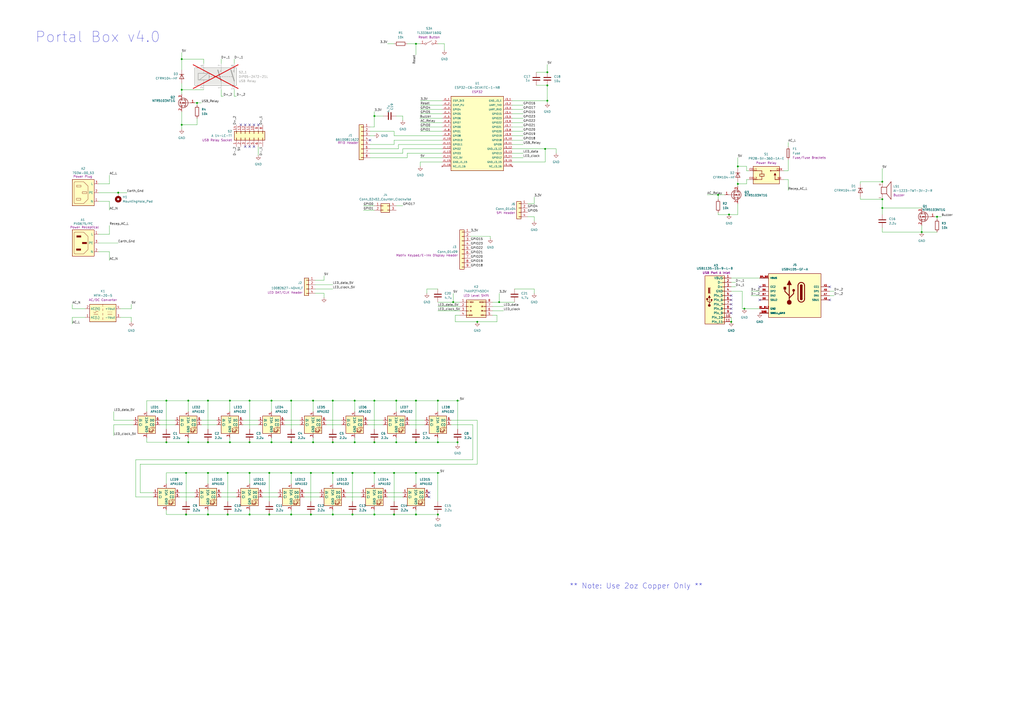
<source format=kicad_sch>
(kicad_sch (version 20231120) (generator "eeschema") (generator_version "8.0")
  (paper "A2")
  (lib_symbols
    (symbol "Connector_Generic:Conn_01x04" (pin_names (offset 1.016) hide)
      (property "Reference" "J" (at 0 5.08 0))
      (property "Value" "Conn_01x04" (at 0 -7.62 0))
      (symbol "Conn_01x04_1_1"
        (pin passive line (at -5.08 2.54 0) (length 3.81) (name "Pin_1") (number "1"))
        (pin passive line (at -5.08 0 0) (length 3.81) (name "Pin_2") (number "2"))
        (pin passive line (at -5.08 -2.54 0) (length 3.81) (name "Pin_3") (number "3"))
        (pin passive line (at -5.08 -5.08 0) (length 3.81) (name "Pin_4") (number "4"))
      )
    )
    (symbol "Connector_Generic:Conn_01x08" (pin_names (offset 1.016) hide)
      (property "Reference" "J" (at 0 10.16 0))
      (property "Value" "Conn_01x08" (at 0 -12.7 0))
      (symbol "Conn_01x08_1_1"
        (pin passive line (at -5.08 7.62 0) (length 3.81) (name "Pin_1") (number "1"))
        (pin passive line (at -5.08 5.08 0) (length 3.81) (name "Pin_2") (number "2"))
        (pin passive line (at -5.08 2.54 0) (length 3.81) (name "Pin_3") (number "3"))
        (pin passive line (at -5.08 0 0) (length 3.81) (name "Pin_4") (number "4"))
        (pin passive line (at -5.08 -2.54 0) (length 3.81) (name "Pin_5") (number "5"))
        (pin passive line (at -5.08 -5.08 0) (length 3.81) (name "Pin_6") (number "6"))
        (pin passive line (at -5.08 -7.62 0) (length 3.81) (name "Pin_7") (number "7"))
        (pin passive line (at -5.08 -10.16 0) (length 3.81) (name "Pin_8") (number "8"))
      )
    )
    (symbol "Connector_Generic:Conn_01x09" (pin_names (offset 1.016) hide)
      (property "Reference" "J" (at 0 12.7 0))
      (property "Value" "Conn_01x09" (at 0 -12.7 0))
      (symbol "Conn_01x09_1_1"
        (pin passive line (at -5.08 10.16 0) (length 3.81) (name "Pin_1") (number "1"))
        (pin passive line (at -5.08 7.62 0) (length 3.81) (name "Pin_2") (number "2"))
        (pin passive line (at -5.08 5.08 0) (length 3.81) (name "Pin_3") (number "3"))
        (pin passive line (at -5.08 2.54 0) (length 3.81) (name "Pin_4") (number "4"))
        (pin passive line (at -5.08 0 0) (length 3.81) (name "Pin_5") (number "5"))
        (pin passive line (at -5.08 -2.54 0) (length 3.81) (name "Pin_6") (number "6"))
        (pin passive line (at -5.08 -5.08 0) (length 3.81) (name "Pin_7") (number "7"))
        (pin passive line (at -5.08 -7.62 0) (length 3.81) (name "Pin_8") (number "8"))
        (pin passive line (at -5.08 -10.16 0) (length 3.81) (name "Pin_9") (number "9"))
      )
    )
    (symbol "Connector_Generic:Conn_01x11" (pin_names (offset 1.016))
      (property "Reference" "USB_Inlet1" (at 12.192 10.922 0))
      (property "Value" "Conn_01x11" (at 10.795 8.382 0))
      (symbol "Conn_01x11_1_1"
        (pin passive line (at -5.08 12.7 0) (length 3.81) (name "VBUS") (number "1"))
        (pin passive line (at -5.08 -10.16 0) (length 3.81) (name "Pin_10") (number "10"))
        (pin passive line (at -5.08 -12.7 0) (length 3.81) (name "Pin_11") (number "11"))
        (pin passive line (at -5.08 10.16 0) (length 3.81) (name "D-") (number "2"))
        (pin passive line (at -5.08 7.62 0) (length 3.81) (name "D+") (number "3"))
        (pin passive line (at -5.08 5.08 0) (length 3.81) (name "GND") (number "4"))
        (pin passive line (at -5.08 2.54 0) (length 3.81) (name "Pin_5") (number "5"))
        (pin passive line (at -5.08 0 0) (length 3.81) (name "Pin_6") (number "6"))
        (pin passive line (at -5.08 -2.54 0) (length 3.81) (name "Pin_7") (number "7"))
        (pin passive line (at -5.08 -5.08 0) (length 3.81) (name "Pin_8") (number "8"))
        (pin passive line (at -5.08 -7.62 0) (length 3.81) (name "Pin_9") (number "9"))
      )
    )
    (symbol "Connector_Generic:Conn_02x02_Counter_Clockwise" (pin_names (offset 1.016) hide)
      (property "Reference" "J" (at 1.27 2.54 0))
      (property "Value" "Conn_02x02_Counter_Clockwise" (at 1.27 -5.08 0))
      (symbol "Conn_02x02_Counter_Clockwise_1_1"
        (pin passive line (at -5.08 0 0) (length 3.81) (name "Pin_1") (number "1"))
        (pin passive line (at -5.08 -2.54 0) (length 3.81) (name "Pin_2") (number "2"))
        (pin passive line (at 7.62 -2.54 180) (length 3.81) (name "Pin_3") (number "3"))
        (pin passive line (at 7.62 0 180) (length 3.81) (name "Pin_4") (number "4"))
      )
    )
    (symbol "Connector_Generic:Conn_02x04_Counter_Clockwise" (pin_names (offset 1.016) hide)
      (property "Reference" "J9" (at 1.27 8.89 0))
      (property "Value" "Conn_02x04_Counter_Clockwise" (at 1.27 6.35 0))
      (symbol "Conn_02x04_Counter_Clockwise_1_1"
        (text "1A" (at 1.27 0 0) (effects (font (size 0.635 0.635))))
        (text "1B" (at 7.874 0 0) (effects (font (size 0.635 0.635))))
        (text "2A" (at 1.27 -2.54 0) (effects (font (size 0.635 0.635))))
        (text "2B" (at 7.874 -2.54 0) (effects (font (size 0.635 0.635))))
        (text "DIR" (at 7.874 -5.08 0) (effects (font (size 0.635 0.635))))
        (text "GND" (at 1.27 -5.08 0) (effects (font (size 0.635 0.635))))
        (text "VCCA" (at 1.778 2.54 0) (effects (font (size 0.635 0.635))))
        (text "VCCB" (at 7.366 2.54 0) (effects (font (size 0.635 0.635))))
        (pin power_in line (at -5.08 2.54 0) (length 3.81) (name "VCCA") (number "1"))
        (pin bidirectional line (at -5.08 0 0) (length 3.81) (name "1A") (number "2"))
        (pin bidirectional line (at -5.08 -2.54 0) (length 3.81) (name "2B") (number "3"))
        (pin passive line (at -5.08 -5.08 0) (length 3.81) (name "GND") (number "4"))
        (pin passive line (at 13.97 -5.08 180) (length 3.81) (name "DIR") (number "5"))
        (pin bidirectional line (at 13.97 -2.54 180) (length 3.81) (name "2B") (number "6"))
        (pin bidirectional line (at 13.97 0 180) (length 3.81) (name "1B") (number "7"))
        (pin power_in line (at 13.97 2.54 180) (length 3.81) (name "VCCB") (number "8"))
      )
    )
    (symbol "Connector_Generic:Conn_02x07_Counter_Clockwise" (pin_names (offset 1.016) hide)
      (property "Reference" "J" (at 1.27 10.16 0))
      (property "Value" "Conn_02x07_Counter_Clockwise" (at 1.27 -10.16 0))
      (symbol "Conn_02x07_Counter_Clockwise_1_1"
        (pin passive line (at -5.08 7.62 0) (length 3.81) (name "Pin_1") (number "1"))
        (pin passive line (at 7.62 -2.54 180) (length 3.81) (name "Pin_10") (number "10"))
        (pin passive line (at 7.62 0 180) (length 3.81) (name "Pin_11") (number "11"))
        (pin passive line (at 7.62 2.54 180) (length 3.81) (name "Pin_12") (number "12"))
        (pin passive line (at 7.62 5.08 180) (length 3.81) (name "Pin_13") (number "13"))
        (pin passive line (at 7.62 7.62 180) (length 3.81) (name "Pin_14") (number "14"))
        (pin passive line (at -5.08 5.08 0) (length 3.81) (name "Pin_2") (number "2"))
        (pin passive line (at -5.08 2.54 0) (length 3.81) (name "Pin_3") (number "3"))
        (pin passive line (at -5.08 0 0) (length 3.81) (name "Pin_4") (number "4"))
        (pin passive line (at -5.08 -2.54 0) (length 3.81) (name "Pin_5") (number "5"))
        (pin passive line (at -5.08 -5.08 0) (length 3.81) (name "Pin_6") (number "6"))
        (pin passive line (at -5.08 -7.62 0) (length 3.81) (name "Pin_7") (number "7"))
        (pin passive line (at 7.62 -7.62 180) (length 3.81) (name "Pin_8") (number "8"))
        (pin passive line (at 7.62 -5.08 180) (length 3.81) (name "Pin_9") (number "9"))
      )
    )
    (symbol "Converter_ACDC:RAC01-3.3SGB"
      (property "Reference" "PS" (at 0 6.35 0))
      (property "Value" "RAC01-3.3SGB" (at 0 -6.35 0))
      (symbol "RAC01-3.3SGB_1_1"
        (pin power_in line (at -10.16 -2.54 0) (length 2.54) (name "AC(L)") (number "1"))
        (pin power_in line (at -10.16 2.54 0) (length 2.54) (name "AC(N)") (number "2"))
        (pin power_out line (at 10.16 -2.54 180) (length 2.54) (name "-Vout") (number "3"))
        (pin power_out line (at 10.16 2.54 180) (length 2.54) (name "+Vout") (number "4"))
      )
    )
    (symbol "Device:C" (pin_numbers hide) (pin_names (offset 0.254))
      (property "Reference" "C" (at 0.635 2.54 0))
      (property "Value" "C" (at 0.635 -2.54 0))
      (symbol "C_1_1"
        (pin passive line (at 0 3.81 270) (length 2.794) (name "~") (number "1"))
        (pin passive line (at 0 -3.81 90) (length 2.794) (name "~") (number "2"))
      )
    )
    (symbol "Device:D" (pin_numbers hide) (pin_names (offset 1.016) hide)
      (property "Reference" "D" (at 0 2.54 0))
      (property "Value" "D" (at 0 -2.54 0))
      (symbol "D_1_1"
        (pin passive line (at -3.81 0 0) (length 2.54) (name "K") (number "1"))
        (pin passive line (at 3.81 0 180) (length 2.54) (name "A") (number "2"))
      )
    )
    (symbol "Device:Fuse" (pin_numbers hide) (pin_names (offset 0))
      (property "Reference" "F" (at 2.032 0 90))
      (property "Value" "Fuse" (at -1.905 0 90))
      (symbol "Fuse_1_1"
        (pin passive line (at 0 3.81 270) (length 1.27) (name "~") (number "1"))
        (pin passive line (at 0 -3.81 90) (length 1.27) (name "~") (number "2"))
      )
    )
    (symbol "Device:R" (pin_numbers hide) (pin_names (offset 0))
      (property "Reference" "R" (at 2.032 0 90))
      (property "Value" "R" (at 0 0 90))
      (symbol "R_1_1"
        (pin passive line (at 0 3.81 270) (length 1.27) (name "~") (number "1"))
        (pin passive line (at 0 -3.81 90) (length 1.27) (name "~") (number "2"))
      )
    )
    (symbol "ECEG400:AI-1223-TWT-3V-2-R" (pin_numbers hide) (pin_names (offset 1.016) hide)
      (property "Reference" "LS1" (at 3.81 1.1258 0))
      (property "Value" "AI-1223-TWT-3V-2-R" (at 3.81 -1.4142 0))
      (symbol "AI-1223-TWT-3V-2-R_0_0"
        (text "+" (at -5.08 2.54 0) (effects (font (size 1.778 1.778)) (justify left bottom)))
        (text "-" (at -5.08 -5.08 0) (effects (font (size 1.778 1.778)) (justify left bottom)))
        (pin passive line (at -2.54 -5.08 90) (length 2.54) (name "~") (number "N"))
        (pin passive line (at -2.54 5.08 270) (length 2.54) (name "~") (number "P"))
      )
    )
    (symbol "ECEG400:ESP32-C6-DEVKITC-1-N8" (pin_names (offset 1.016))
      (property "Reference" "U" (at -15.24 23.622 0))
      (property "Value" "ESP32-C6-DEVKITC-1-N8" (at -15.24 -22.86 0))
      (symbol "ESP32-C6-DEVKITC-1-N8_0_0"
        (pin power_in line (at -20.32 20.32 0) (length 5.08) (name "ESP_3V3") (number "J1_1"))
        (pin bidirectional line (at -20.32 -2.54 0) (length 5.08) (name "GPIO10") (number "J1_10"))
        (pin bidirectional line (at -20.32 -5.08 0) (length 5.08) (name "GPIO11") (number "J1_11"))
        (pin bidirectional line (at -20.32 -7.62 0) (length 5.08) (name "GPIO2") (number "J1_12"))
        (pin bidirectional line (at -20.32 -10.16 0) (length 5.08) (name "GPIO3") (number "J1_13"))
        (pin power_in line (at -20.32 -12.7 0) (length 5.08) (name "VCC_5V") (number "J1_14"))
        (pin power_in line (at -20.32 -15.24 0) (length 5.08) (name "GND_J1_15") (number "J1_15"))
        (pin no_connect line (at -20.32 -17.78 0) (length 5.08) (name "NC_J1_16") (number "J1_16"))
        (pin input line (at -20.32 17.78 0) (length 5.08) (name "CHIP_PU") (number "J1_2"))
        (pin bidirectional line (at -20.32 15.24 0) (length 5.08) (name "GPIO4") (number "J1_3"))
        (pin bidirectional line (at -20.32 12.7 0) (length 5.08) (name "GPIO5") (number "J1_4"))
        (pin bidirectional line (at -20.32 10.16 0) (length 5.08) (name "GPIO6") (number "J1_5"))
        (pin bidirectional line (at -20.32 7.62 0) (length 5.08) (name "GPIO7") (number "J1_6"))
        (pin bidirectional line (at -20.32 5.08 0) (length 5.08) (name "GPIO0") (number "J1_7"))
        (pin bidirectional line (at -20.32 2.54 0) (length 5.08) (name "GPIO1") (number "J1_8"))
        (pin bidirectional line (at -20.32 0 0) (length 5.08) (name "GPIO8") (number "J1_9"))
        (pin power_in line (at 20.32 20.32 180) (length 5.08) (name "GND_J3_1") (number "J3_1"))
        (pin bidirectional line (at 20.32 -2.54 180) (length 5.08) (name "GPIO18") (number "J3_10"))
        (pin bidirectional line (at 20.32 -5.08 180) (length 5.08) (name "GPIO9") (number "J3_11"))
        (pin power_in line (at 20.32 -7.62 180) (length 5.08) (name "GND_J3_12") (number "J3_12"))
        (pin bidirectional line (at 20.32 -10.16 180) (length 5.08) (name "GPIO13") (number "J3_13"))
        (pin bidirectional line (at 20.32 -12.7 180) (length 5.08) (name "GPIO12") (number "J3_14"))
        (pin power_in line (at 20.32 -15.24 180) (length 5.08) (name "GND_J3_15") (number "J3_15"))
        (pin no_connect line (at 20.32 -17.78 180) (length 5.08) (name "NC_J3_16") (number "J3_16"))
        (pin bidirectional line (at 20.32 17.78 180) (length 5.08) (name "UART_TXD") (number "J3_2"))
        (pin bidirectional line (at 20.32 15.24 180) (length 5.08) (name "UART_RXD") (number "J3_3"))
        (pin bidirectional line (at 20.32 12.7 180) (length 5.08) (name "GPIO15") (number "J3_4"))
        (pin bidirectional line (at 20.32 10.16 180) (length 5.08) (name "GPIO23") (number "J3_5"))
        (pin bidirectional line (at 20.32 7.62 180) (length 5.08) (name "GPIO22") (number "J3_6"))
        (pin bidirectional line (at 20.32 5.08 180) (length 5.08) (name "GPIO21") (number "J3_7"))
        (pin bidirectional line (at 20.32 2.54 180) (length 5.08) (name "GPIO20") (number "J3_8"))
        (pin bidirectional line (at 20.32 0 180) (length 5.08) (name "GPIO19") (number "J3_9"))
      )
    )
    (symbol "LED:APA102"
      (property "Reference" "D" (at 5.08 5.715 0))
      (property "Value" "APA102" (at 1.27 -5.715 0))
      (symbol "APA102_0_0"
        (text "RGB" (at 2.286 -4.191 0) (effects (font (size 0.762 0.762))))
      )
      (symbol "APA102_1_1"
        (pin input line (at -7.62 2.54 0) (length 2.54) (name "DI") (number "1"))
        (pin input line (at -7.62 0 0) (length 2.54) (name "CI") (number "2"))
        (pin power_in line (at 0 -7.62 90) (length 2.54) (name "GND") (number "3"))
        (pin power_in line (at 0 7.62 270) (length 2.54) (name "VCC") (number "4"))
        (pin output line (at 7.62 0 180) (length 2.54) (name "CO") (number "5"))
        (pin output line (at 7.62 2.54 180) (length 2.54) (name "DO") (number "6"))
      )
    )
    (symbol "Mechanical:MountingHole_Pad" (pin_numbers hide) (pin_names (offset 1.016) hide) (exclude_from_sim yes) (in_bom no)
      (property "Reference" "H" (at 0 6.35 0))
      (property "Value" "MountingHole_Pad" (at 0 4.445 0))
      (symbol "MountingHole_Pad_1_1"
        (pin input line (at 0 -2.54 90) (length 2.54) (name "1") (number "1"))
      )
    )
    (symbol "PR28-5V-360-1A-E:PR28-5V-360-1A-E" (pin_names (offset 1.016))
      (property "Reference" "K" (at -7.62 6.35 0))
      (property "Value" "PR28-5V-360-1A-E" (at -7.62 -7.62 0))
      (symbol "PR28-5V-360-1A-E_0_0"
        (pin passive line (at -10.16 2.54 0) (length 5.08) (name "~") (number "COIL1"))
        (pin passive line (at -10.16 -2.54 0) (length 5.08) (name "~") (number "COIL2"))
        (pin passive line (at 10.16 2.54 180) (length 5.08) (name "~") (number "COM"))
        (pin passive line (at 10.16 -2.54 180) (length 5.08) (name "~") (number "NO"))
      )
    )
    (symbol "Portal Box:IEC_60320_C13_Plug"
      (property "Reference" "P" (at -5.842 8.636 0))
      (property "Value" "703W-00_53" (at 0.508 -9.144 0))
      (symbol "IEC_60320_C13_Plug_1_1"
        (pin power_in line (at 8.89 -5.08 180) (length 2.54) (name "N") (number "1"))
        (pin bidirectional line (at 8.89 0 180) (length 2.54) (name "PE") (number "2"))
        (pin power_in line (at 8.89 5.08 180) (length 2.54) (name "L") (number "3"))
      )
    )
    (symbol "Portal Box:IEC_60320_C14_Receptacle"
      (property "Reference" "J" (at -5.842 8.636 0))
      (property "Value" "PX0675_PC" (at 0 -9.144 0))
      (symbol "IEC_60320_C14_Receptacle_1_1"
        (pin power_in line (at 8.89 5.08 180) (length 2.54) (name "L") (number "1"))
        (pin power_in line (at 8.89 -5.08 180) (length 2.54) (name "N") (number "2"))
        (pin bidirectional line (at 8.89 0 180) (length 2.54) (name "PE") (number "3"))
      )
    )
    (symbol "Portal Box:USB4105-GF-A" (pin_names (offset 1.016))
      (property "Reference" "J" (at -15.24 13.97 0))
      (property "Value" "USB4105-GF-A" (at -15.24 -15.24 0))
      (symbol "USB4105-GF-A_0_0"
        (pin power_in line (at 20.32 -7.62 180) (length 5.08) (name "GND") (number "A1_B12"))
        (pin power_in line (at 20.32 10.16 180) (length 5.08) (name "VBUS") (number "A4_B9"))
        (pin bidirectional line (at -20.32 5.08 0) (length 5.08) (name "CC1") (number "A5"))
        (pin bidirectional line (at -20.32 2.54 0) (length 5.08) (name "DP1") (number "A6"))
        (pin bidirectional line (at -20.32 0 0) (length 5.08) (name "DN1") (number "A7"))
        (pin bidirectional line (at -20.32 -2.54 0) (length 5.08) (name "SBU1") (number "A8"))
        (pin power_in line (at 20.32 -7.62 180) (length 5.08) (name "GND") (number "B1_A12"))
        (pin power_in line (at 20.32 10.16 180) (length 5.08) (name "VBUS") (number "B4_A9"))
        (pin bidirectional line (at 20.32 5.08 180) (length 5.08) (name "CC2") (number "B5"))
        (pin bidirectional line (at 20.32 2.54 180) (length 5.08) (name "DP2") (number "B6"))
        (pin bidirectional line (at 20.32 0 180) (length 5.08) (name "DN2") (number "B7"))
        (pin bidirectional line (at 20.32 -2.54 180) (length 5.08) (name "SBU2") (number "B8"))
        (pin power_in line (at 20.32 -10.16 180) (length 5.08) (name "SHELL_GND") (number "SH1"))
        (pin power_in line (at 20.32 -10.16 180) (length 5.08) (name "SHELL_GND") (number "SH2"))
        (pin power_in line (at 20.32 -10.16 180) (length 5.08) (name "SHELL_GND") (number "SH3"))
        (pin power_in line (at 20.32 -10.16 180) (length 5.08) (name "SHELL_GND") (number "SH4"))
      )
    )
    (symbol "Relay:DIPxx-2Axx-21x"
      (property "Reference" "K" (at 12.7 3.81 0))
      (property "Value" "DIPxx-2Axx-21x" (at 12.7 1.27 0))
      (symbol "DIPxx-2Axx-21x_1_1"
        (pin passive line (at 2.54 -7.62 90) (length 2.54) (name "~") (number "1"))
        (pin passive line (at 10.16 -7.62 90) (length 2.54) (name "~") (number "14"))
        (pin passive line (at -7.62 -7.62 90) (length 2.54) (name "~") (number "2"))
        (pin passive line (at -7.62 7.62 270) (length 2.54) (name "~") (number "6"))
        (pin passive line (at 2.54 7.62 270) (length 2.54) (name "~") (number "7"))
        (pin passive line (at 10.16 7.62 270) (length 2.54) (name "~") (number "8"))
      )
    )
    (symbol "Switch:SW_DPST_x2" (pin_names (offset 0) hide)
      (property "Reference" "SW" (at 0 3.175 0))
      (property "Value" "SW_DPST_x2" (at 0 -2.54 0))
      (symbol "SW_DPST_x2_1_1"
        (pin passive line (at -5.08 0 0) (length 2.54) (name "A") (number "1"))
        (pin passive line (at 5.08 0 180) (length 2.54) (name "B") (number "2"))
      )
      (symbol "SW_DPST_x2_2_1"
        (pin passive line (at -5.08 0 0) (length 2.54) (name "A") (number "3"))
        (pin passive line (at 5.08 0 180) (length 2.54) (name "B") (number "4"))
      )
    )
    (symbol "Transistor_FET:DMN6140L" (pin_names hide)
      (property "Reference" "Q" (at 5.08 1.905 0))
      (property "Value" "DMN6140L" (at 5.08 0 0))
      (symbol "DMN6140L_1_1"
        (pin input line (at -5.08 0 0) (length 2.54) (name "G") (number "1"))
        (pin passive line (at 2.54 -5.08 90) (length 2.54) (name "S") (number "2"))
        (pin passive line (at 2.54 5.08 270) (length 2.54) (name "D") (number "3"))
      )
    )
    (symbol "power:GND" (power) (pin_numbers hide) (pin_names (offset 0) hide)
      (property "Value" "GND" (at 0 -3.81 0))
      (symbol "GND_1_1"
        (pin power_in line (at 0 0 270) (length 0) (name "~") (number "1"))
      )
    )
  )
  (junction (at 241.3 298.45))
  (junction (at 217.17 274.32))
  (junction (at 120.65 256.54))
  (junction (at 254 298.45))
  (junction (at 217.17 232.41))
  (junction (at 157.48 256.54))
  (junction (at 181.61 232.41))
  (junction (at 107.95 274.32))
  (junction (at 422.91 124.46))
  (junction (at 132.08 298.45))
  (junction (at 265.43 256.54))
  (junction (at 276.86 186.69))
  (junction (at 180.34 298.45))
  (junction (at 431.8 179.07))
  (junction (at 132.08 274.32))
  (junction (at 205.74 256.54))
  (junction (at 109.22 256.54))
  (junction (at 511.81 120.65))
  (junction (at 228.6 298.45))
  (junction (at 168.91 274.32))
  (junction (at 105.41 34.29))
  (junction (at 96.52 256.54))
  (junction (at 427.99 106.68))
  (junction (at 228.6 274.32))
  (junction (at 217.17 298.45))
  (junction (at 193.04 232.41))
  (junction (at 180.34 274.32))
  (junction (at 217.17 256.54))
  (junction (at 107.95 298.45))
  (junction (at 254 256.54))
  (junction (at 205.74 232.41))
  (junction (at 193.04 298.45))
  (junction (at 241.3 25.4))
  (junction (at 181.61 256.54))
  (junction (at 229.87 232.41))
  (junction (at 144.78 232.41))
  (junction (at 68.58 111.76))
  (junction (at 241.3 232.41))
  (junction (at 265.43 232.41))
  (junction (at 144.78 256.54))
  (junction (at 120.65 232.41))
  (junction (at 241.3 274.32))
  (junction (at 120.65 274.32))
  (junction (at 317.5 58.42))
  (junction (at 262.89 175.26))
  (junction (at 114.3 59.69))
  (junction (at 144.78 298.45))
  (junction (at 317.5 41.91))
  (junction (at 254 232.41))
  (junction (at 254 274.32))
  (junction (at 133.35 256.54))
  (junction (at 511.81 105.41))
  (junction (at 416.56 113.03))
  (junction (at 157.48 232.41))
  (junction (at 204.47 298.45))
  (junction (at 168.91 256.54))
  (junction (at 427.99 96.52))
  (junction (at 424.18 186.69))
  (junction (at 511.81 115.57))
  (junction (at 109.22 232.41))
  (junction (at 156.21 298.45))
  (junction (at 289.56 175.26))
  (junction (at 543.56 125.73))
  (junction (at 193.04 256.54))
  (junction (at 144.78 274.32))
  (junction (at 168.91 232.41))
  (junction (at 120.65 298.45))
  (junction (at 316.23 86.36))
  (junction (at 204.47 274.32))
  (junction (at 105.41 72.39))
  (junction (at 217.17 67.31))
  (junction (at 133.35 232.41))
  (junction (at 96.52 232.41))
  (junction (at 105.41 52.07))
  (junction (at 241.3 256.54))
  (junction (at 193.04 274.32))
  (junction (at 317.5 49.53))
  (junction (at 156.21 274.32))
  (junction (at 229.87 256.54))
  (junction (at 168.91 298.45))
  (junction (at 534.67 134.62))
  (no_connect (at 424.18 176.53))
  (no_connect (at 142.24 72.39))
  (no_connect (at 481.33 173.99))
  (no_connect (at 424.18 181.61))
  (no_connect (at 424.18 179.07))
  (no_connect (at 248.92 285.75))
  (no_connect (at 248.92 288.29))
  (no_connect (at 147.32 85.09))
  (no_connect (at 147.32 72.39))
  (no_connect (at 144.78 85.09))
  (no_connect (at 139.7 72.39))
  (no_connect (at 214.63 81.28))
  (no_connect (at 440.69 166.37))
  (no_connect (at 481.33 166.37))
  (no_connect (at 149.86 72.39))
  (no_connect (at 440.69 173.99))
  (no_connect (at 424.18 173.99))
  (no_connect (at 424.18 171.45))
  (no_connect (at 142.24 85.09))
  (no_connect (at 144.78 72.39))
  (wire (pts (xy 427.99 118.11) (xy 427.99 124.46)))
  (wire (pts (xy 422.91 124.46) (xy 416.56 124.46)))
  (wire (pts (xy 254 232.41) (xy 241.3 232.41)))
  (wire (pts (xy 41.91 179.07) (xy 41.91 176.53)))
  (wire (pts (xy 168.91 232.41) (xy 157.48 232.41)))
  (wire (pts (xy 135.89 34.29) (xy 135.89 36.83)))
  (wire (pts (xy 435.61 171.45) (xy 440.69 171.45)))
  (wire (pts (xy 92.71 243.84) (xy 101.6 243.84)))
  (wire (pts (xy 205.74 254) (xy 205.74 256.54)))
  (wire (pts (xy 210.82 121.92) (xy 217.17 121.92)))
  (wire (pts (xy 265.43 257.81) (xy 265.43 256.54)))
  (wire (pts (xy 187.96 162.56) (xy 187.96 160.02)))
  (wire (pts (xy 433.07 106.68) (xy 433.07 104.14)))
  (wire (pts (xy 288.29 182.88) (xy 288.29 186.69)))
  (wire (pts (xy 152.4 288.29) (xy 161.29 288.29)))
  (wire (pts (xy 243.84 93.98) (xy 256.54 93.98)))
  (wire (pts (xy 120.65 295.91) (xy 120.65 298.45)))
  (wire (pts (xy 144.78 232.41) (xy 144.78 248.92)))
  (wire (pts (xy 229.87 119.38) (xy 233.68 119.38)))
  (wire (pts (xy 109.22 256.54) (xy 96.52 256.54)))
  (wire (pts (xy 254 254) (xy 254 256.54)))
  (wire (pts (xy 274.32 246.38) (xy 274.32 266.7)))
  (wire (pts (xy 289.56 175.26) (xy 298.45 175.26)))
  (wire (pts (xy 217.17 73.66) (xy 217.17 67.31)))
  (wire (pts (xy 427.99 106.68) (xy 427.99 107.95)))
  (wire (pts (xy 217.17 274.32) (xy 204.47 274.32)))
  (wire (pts (xy 133.35 256.54) (xy 120.65 256.54)))
  (wire (pts (xy 297.18 60.96) (xy 303.53 60.96)))
  (wire (pts (xy 534.67 134.62) (xy 543.56 134.62)))
  (wire (pts (xy 204.47 274.32) (xy 204.47 290.83)))
  (wire (pts (xy 454.66 99.06) (xy 457.2 99.06)))
  (wire (pts (xy 168.91 274.32) (xy 168.91 280.67)))
  (wire (pts (xy 317.5 37.4) (xy 317.5 41.91)))
  (wire (pts (xy 430.53 179.07) (xy 431.8 179.07)))
  (wire (pts (xy 297.18 88.9) (xy 303.53 88.9)))
  (wire (pts (xy 254 299.72) (xy 254 298.45)))
  (wire (pts (xy 144.78 274.32) (xy 132.08 274.32)))
  (wire (pts (xy 105.41 64.77) (xy 105.41 72.39)))
  (wire (pts (xy 156.21 274.32) (xy 144.78 274.32)))
  (wire (pts (xy 96.52 232.41) (xy 96.52 248.92)))
  (wire (pts (xy 69.85 184.15) (xy 76.2 184.15)))
  (wire (pts (xy 214.63 76.2) (xy 228.6 76.2)))
  (wire (pts (xy 276.86 186.69) (xy 264.16 186.69)))
  (wire (pts (xy 243.84 96.52) (xy 243.84 93.98)))
  (wire (pts (xy 297.18 66.04) (xy 303.53 66.04)))
  (wire (pts (xy 241.3 274.32) (xy 228.6 274.32)))
  (wire (pts (xy 254 180.34) (xy 266.7 180.34)))
  (wire (pts (xy 165.1 246.38) (xy 173.99 246.38)))
  (wire (pts (xy 511.81 115.57) (xy 511.81 120.65)))
  (wire (pts (xy 322.58 86.36) (xy 322.58 88.9)))
  (wire (pts (xy 276.86 269.24) (xy 276.86 243.84)))
  (wire (pts (xy 128.27 34.29) (xy 128.27 36.83)))
  (wire (pts (xy 228.6 298.45) (xy 217.17 298.45)))
  (wire (pts (xy 81.28 285.75) (xy 81.28 269.24)))
  (wire (pts (xy 116.84 243.84) (xy 125.73 243.84)))
  (wire (pts (xy 114.3 59.69) (xy 116.84 59.69)))
  (wire (pts (xy 144.78 232.41) (xy 133.35 232.41)))
  (wire (pts (xy 288.29 186.69) (xy 276.86 186.69)))
  (wire (pts (xy 104.14 285.75) (xy 113.03 285.75)))
  (wire (pts (xy 236.22 25.4) (xy 241.3 25.4)))
  (wire (pts (xy 416.56 123.19) (xy 416.56 124.46)))
  (wire (pts (xy 144.78 298.45) (xy 132.08 298.45)))
  (wire (pts (xy 241.3 25.4) (xy 241.3 31.75)))
  (wire (pts (xy 264.16 182.88) (xy 266.7 182.88)))
  (wire (pts (xy 297.18 86.36) (xy 316.23 86.36)))
  (wire (pts (xy 274.32 266.7) (xy 78.74 266.7)))
  (wire (pts (xy 265.43 232.41) (xy 265.43 248.92)))
  (wire (pts (xy 156.21 274.32) (xy 156.21 290.83)))
  (wire (pts (xy 105.41 34.29) (xy 105.41 40.64)))
  (wire (pts (xy 284.48 137.16) (xy 273.05 137.16)))
  (wire (pts (xy 152.4 285.75) (xy 161.29 285.75)))
  (wire (pts (xy 105.41 52.07) (xy 105.41 54.61)))
  (wire (pts (xy 316.23 93.98) (xy 316.23 86.36)))
  (wire (pts (xy 210.82 119.38) (xy 217.17 119.38)))
  (wire (pts (xy 228.6 83.82) (xy 228.6 81.28)))
  (wire (pts (xy 297.18 58.42) (xy 317.5 58.42)))
  (wire (pts (xy 85.09 256.54) (xy 85.09 254)))
  (wire (pts (xy 228.6 81.28) (xy 256.54 81.28)))
  (wire (pts (xy 217.17 298.45) (xy 204.47 298.45)))
  (wire (pts (xy 120.65 256.54) (xy 109.22 256.54)))
  (wire (pts (xy 257.81 25.4) (xy 257.81 29.21)))
  (wire (pts (xy 63.5 135.89) (xy 57.15 135.89)))
  (wire (pts (xy 69.85 179.07) (xy 76.2 179.07)))
  (wire (pts (xy 85.09 232.41) (xy 85.09 238.76)))
  (wire (pts (xy 214.63 86.36) (xy 231.14 86.36)))
  (wire (pts (xy 157.48 232.41) (xy 157.48 238.76)))
  (wire (pts (xy 435.61 168.91) (xy 440.69 168.91)))
  (wire (pts (xy 257.81 25.4) (xy 254 25.4)))
  (wire (pts (xy 243.84 91.44) (xy 256.54 91.44)))
  (wire (pts (xy 63.5 121.92) (xy 63.5 116.84)))
  (wire (pts (xy 247.65 167.64) (xy 254 167.64)))
  (wire (pts (xy 254 177.8) (xy 266.7 177.8)))
  (wire (pts (xy 128.27 288.29) (xy 137.16 288.29)))
  (wire (pts (xy 144.78 274.32) (xy 144.78 280.67)))
  (wire (pts (xy 285.75 180.34) (xy 292.1 180.34)))
  (wire (pts (xy 317.5 49.53) (xy 317.5 58.42)))
  (wire (pts (xy 298.45 167.64) (xy 309.88 167.64)))
  (wire (pts (xy 229.87 256.54) (xy 217.17 256.54)))
  (wire (pts (xy 454.66 104.14) (xy 457.2 104.14)))
  (wire (pts (xy 309.88 125.73) (xy 306.07 125.73)))
  (wire (pts (xy 63.5 130.81) (xy 63.5 135.89)))
  (wire (pts (xy 297.18 68.58) (xy 303.53 68.58)))
  (wire (pts (xy 534.67 134.62) (xy 511.81 134.62)))
  (wire (pts (xy 254 256.54) (xy 241.3 256.54)))
  (wire (pts (xy 247.65 170.18) (xy 247.65 167.64)))
  (wire (pts (xy 193.04 274.32) (xy 193.04 280.67)))
  (wire (pts (xy 168.91 274.32) (xy 156.21 274.32)))
  (wire (pts (xy 243.84 66.04) (xy 256.54 66.04)))
  (wire (pts (xy 193.04 232.41) (xy 181.61 232.41)))
  (wire (pts (xy 457.2 82.55) (xy 457.2 85.09)))
  (wire (pts (xy 213.36 243.84) (xy 222.25 243.84)))
  (wire (pts (xy 105.41 52.07) (xy 118.11 52.07)))
  (wire (pts (xy 434.34 99.06) (xy 433.07 99.06)))
  (wire (pts (xy 297.18 76.2) (xy 303.53 76.2)))
  (wire (pts (xy 66.04 243.84) (xy 77.47 243.84)))
  (wire (pts (xy 214.63 83.82) (xy 228.6 83.82)))
  (wire (pts (xy 180.34 274.32) (xy 180.34 290.83)))
  (wire (pts (xy 168.91 256.54) (xy 157.48 256.54)))
  (wire (pts (xy 57.15 106.68) (xy 63.5 106.68)))
  (wire (pts (xy 92.71 246.38) (xy 101.6 246.38)))
  (wire (pts (xy 187.96 172.72) (xy 187.96 170.18)))
  (wire (pts (xy 63.5 106.68) (xy 63.5 101.6)))
  (wire (pts (xy 424.18 163.83) (xy 426.72 163.83)))
  (wire (pts (xy 511.81 134.62) (xy 511.81 132.08)))
  (wire (pts (xy 499.11 115.57) (xy 511.81 115.57)))
  (wire (pts (xy 157.48 232.41) (xy 144.78 232.41)))
  (wire (pts (xy 182.88 162.56) (xy 187.96 162.56)))
  (wire (pts (xy 217.17 232.41) (xy 205.74 232.41)))
  (wire (pts (xy 243.84 71.12) (xy 256.54 71.12)))
  (wire (pts (xy 254 274.32) (xy 254 290.83)))
  (wire (pts (xy 256.54 68.58) (xy 243.54 68.58)))
  (wire (pts (xy 132.08 274.32) (xy 120.65 274.32)))
  (wire (pts (xy 499.11 114.3) (xy 499.11 115.57)))
  (wire (pts (xy 214.63 73.66) (xy 217.17 73.66)))
  (wire (pts (xy 176.53 285.75) (xy 185.42 285.75)))
  (wire (pts (xy 120.65 232.41) (xy 109.22 232.41)))
  (wire (pts (xy 181.61 256.54) (xy 168.91 256.54)))
  (wire (pts (xy 266.7 232.41) (xy 265.43 232.41)))
  (wire (pts (xy 193.04 295.91) (xy 193.04 298.45)))
  (wire (pts (xy 254 175.26) (xy 262.89 175.26)))
  (wire (pts (xy 410.21 113.03) (xy 416.56 113.03)))
  (wire (pts (xy 233.68 88.9) (xy 233.68 86.36)))
  (wire (pts (xy 243.84 76.2) (xy 256.54 76.2)))
  (wire (pts (xy 431.8 179.07) (xy 440.69 179.07)))
  (wire (pts (xy 135.89 52.07) (xy 135.89 55.88)))
  (wire (pts (xy 96.52 274.32) (xy 96.52 280.67)))
  (wire (pts (xy 118.11 34.29) (xy 105.41 34.29)))
  (wire (pts (xy 105.41 48.26) (xy 105.41 52.07)))
  (wire (pts (xy 118.11 36.83) (xy 118.11 34.29)))
  (wire (pts (xy 96.52 232.41) (xy 85.09 232.41)))
  (wire (pts (xy 109.22 232.41) (xy 96.52 232.41)))
  (wire (pts (xy 128.27 55.88) (xy 129.54 55.88)))
  (wire (pts (xy 433.07 104.14) (xy 434.34 104.14)))
  (wire (pts (xy 116.84 246.38) (xy 125.73 246.38)))
  (wire (pts (xy 205.74 232.41) (xy 193.04 232.41)))
  (wire (pts (xy 241.3 274.32) (xy 254 274.32)))
  (wire (pts (xy 128.27 52.07) (xy 128.27 55.88)))
  (wire (pts (xy 511.81 120.65) (xy 534.67 120.65)))
  (wire (pts (xy 133.35 232.41) (xy 133.35 238.76)))
  (wire (pts (xy 224.79 285.75) (xy 233.68 285.75)))
  (wire (pts (xy 204.47 298.45) (xy 193.04 298.45)))
  (wire (pts (xy 96.52 295.91) (xy 96.52 298.45)))
  (wire (pts (xy 543.56 125.73) (xy 546.1 125.73)))
  (wire (pts (xy 49.53 184.15) (xy 41.91 184.15)))
  (wire (pts (xy 181.61 232.41) (xy 181.61 238.76)))
  (wire (pts (xy 262.89 170.18) (xy 262.89 175.26)))
  (wire (pts (xy 109.22 254) (xy 109.22 256.54)))
  (wire (pts (xy 214.63 78.74) (xy 217.17 78.74)))
  (wire (pts (xy 499.11 106.68) (xy 499.11 105.41)))
  (wire (pts (xy 241.3 232.41) (xy 241.3 248.92)))
  (wire (pts (xy 120.65 232.41) (xy 120.65 248.92)))
  (wire (pts (xy 156.21 298.45) (xy 144.78 298.45)))
  (wire (pts (xy 49.53 179.07) (xy 41.91 179.07)))
  (wire (pts (xy 88.9 285.75) (xy 81.28 285.75)))
  (wire (pts (xy 261.62 246.38) (xy 274.32 246.38)))
  (wire (pts (xy 132.08 274.32) (xy 132.08 290.83)))
  (wire (pts (xy 457.2 92.71) (xy 457.2 99.06)))
  (wire (pts (xy 217.17 64.77) (xy 217.17 67.31)))
  (wire (pts (xy 144.78 256.54) (xy 133.35 256.54)))
  (wire (pts (xy 189.23 243.84) (xy 198.12 243.84)))
  (wire (pts (xy 200.66 288.29) (xy 209.55 288.29)))
  (wire (pts (xy 297.18 83.82) (xy 303.53 83.82)))
  (wire (pts (xy 256.54 88.9) (xy 236.22 88.9)))
  (wire (pts (xy 63.5 116.84) (xy 57.15 116.84)))
  (wire (pts (xy 193.04 298.45) (xy 180.34 298.45)))
  (wire (pts (xy 499.11 105.41) (xy 511.81 105.41)))
  (wire (pts (xy 228.6 78.74) (xy 228.6 76.2)))
  (wire (pts (xy 297.18 93.98) (xy 316.23 93.98)))
  (wire (pts (xy 311.15 41.91) (xy 317.5 41.91)))
  (wire (pts (xy 284.48 138.43) (xy 284.48 137.16)))
  (wire (pts (xy 66.04 238.76) (xy 66.04 243.84)))
  (wire (pts (xy 133.35 254) (xy 133.35 256.54)))
  (wire (pts (xy 168.91 232.41) (xy 168.91 248.92)))
  (wire (pts (xy 241.3 232.41) (xy 229.87 232.41)))
  (wire (pts (xy 105.41 74.93) (xy 105.41 72.39)))
  (wire (pts (xy 120.65 274.32) (xy 120.65 280.67)))
  (wire (pts (xy 309.88 167.64) (xy 309.88 170.18)))
  (wire (pts (xy 224.79 288.29) (xy 233.68 288.29)))
  (wire (pts (xy 133.35 232.41) (xy 120.65 232.41)))
  (wire (pts (xy 57.15 140.97) (xy 68.58 140.97)))
  (wire (pts (xy 107.95 274.32) (xy 96.52 274.32)))
  (wire (pts (xy 214.63 91.44) (xy 236.22 91.44)))
  (wire (pts (xy 433.07 99.06) (xy 433.07 96.52)))
  (wire (pts (xy 113.03 59.69) (xy 114.3 59.69)))
  (wire (pts (xy 157.48 256.54) (xy 144.78 256.54)))
  (wire (pts (xy 204.47 274.32) (xy 193.04 274.32)))
  (wire (pts (xy 217.17 232.41) (xy 217.17 248.92)))
  (wire (pts (xy 144.78 295.91) (xy 144.78 298.45)))
  (wire (pts (xy 297.18 81.28) (xy 303.53 81.28)))
  (wire (pts (xy 128.27 285.75) (xy 137.16 285.75)))
  (wire (pts (xy 254 298.45) (xy 241.3 298.45)))
  (wire (pts (xy 430.53 168.91) (xy 430.53 179.07)))
  (wire (pts (xy 317.5 59.69) (xy 317.5 58.42)))
  (wire (pts (xy 182.88 165.1) (xy 193.04 165.1)))
  (wire (pts (xy 217.17 274.32) (xy 217.17 280.67)))
  (wire (pts (xy 427.99 124.46) (xy 422.91 124.46)))
  (wire (pts (xy 285.75 175.26) (xy 289.56 175.26)))
  (wire (pts (xy 205.74 232.41) (xy 205.74 238.76)))
  (wire (pts (xy 261.62 243.84) (xy 276.86 243.84)))
  (wire (pts (xy 96.52 256.54) (xy 85.09 256.54)))
  (wire (pts (xy 135.89 55.88) (xy 137.16 55.88)))
  (wire (pts (xy 241.3 274.32) (xy 241.3 280.67)))
  (wire (pts (xy 228.6 274.32) (xy 228.6 290.83)))
  (wire (pts (xy 168.91 295.91) (xy 168.91 298.45)))
  (wire (pts (xy 213.36 246.38) (xy 222.25 246.38)))
  (wire (pts (xy 243.84 73.66) (xy 256.54 73.66)))
  (wire (pts (xy 181.61 232.41) (xy 168.91 232.41)))
  (wire (pts (xy 297.18 71.12) (xy 303.53 71.12)))
  (wire (pts (xy 542.29 125.73) (xy 543.56 125.73)))
  (wire (pts (xy 481.33 168.91) (xy 483.87 168.91)))
  (wire (pts (xy 316.23 86.36) (xy 322.58 86.36)))
  (wire (pts (xy 534.67 130.81) (xy 534.67 134.62)))
  (wire (pts (xy 511.81 97.79) (xy 511.81 105.41)))
  (wire (pts (xy 229.87 232.41) (xy 217.17 232.41)))
  (wire (pts (xy 457.2 104.14) (xy 457.2 110.49)))
  (wire (pts (xy 297.18 91.44) (xy 303.53 91.44)))
  (wire (pts (xy 231.14 83.82) (xy 256.54 83.82)))
  (wire (pts (xy 168.91 298.45) (xy 156.21 298.45)))
  (wire (pts (xy 107.95 274.32) (xy 107.95 290.83)))
  (wire (pts (xy 217.17 67.31) (xy 222.25 67.31)))
  (wire (pts (xy 265.43 256.54) (xy 254 256.54)))
  (wire (pts (xy 182.88 167.64) (xy 193.04 167.64)))
  (wire (pts (xy 140.97 246.38) (xy 149.86 246.38)))
  (wire (pts (xy 114.3 72.39) (xy 114.3 68.58)))
  (wire (pts (xy 285.75 177.8) (xy 292.1 177.8)))
  (wire (pts (xy 243.84 63.5) (xy 256.54 63.5)))
  (wire (pts (xy 236.22 88.9) (xy 236.22 91.44)))
  (wire (pts (xy 309.88 118.11) (xy 306.07 118.11)))
  (wire (pts (xy 205.74 256.54) (xy 193.04 256.54)))
  (wire (pts (xy 78.74 288.29) (xy 88.9 288.29)))
  (wire (pts (xy 104.14 288.29) (xy 113.03 288.29)))
  (wire (pts (xy 81.28 269.24) (xy 276.86 269.24)))
  (wire (pts (xy 165.1 243.84) (xy 173.99 243.84)))
  (wire (pts (xy 120.65 298.45) (xy 107.95 298.45)))
  (wire (pts (xy 57.15 111.76) (xy 68.58 111.76)))
  (wire (pts (xy 105.41 30.48) (xy 105.41 34.29)))
  (wire (pts (xy 176.53 288.29) (xy 185.42 288.29)))
  (wire (pts (xy 297.18 73.66) (xy 303.53 73.66)))
  (wire (pts (xy 229.87 254) (xy 229.87 256.54)))
  (wire (pts (xy 511.81 120.65) (xy 511.81 124.46)))
  (wire (pts (xy 76.2 179.07) (xy 76.2 176.53)))
  (wire (pts (xy 214.63 88.9) (xy 233.68 88.9)))
  (wire (pts (xy 189.23 246.38) (xy 198.12 246.38)))
  (wire (pts (xy 77.47 246.38) (xy 66.04 246.38)))
  (wire (pts (xy 427.99 106.68) (xy 433.07 106.68)))
  (wire (pts (xy 109.22 232.41) (xy 109.22 238.76)))
  (wire (pts (xy 416.56 113.03) (xy 420.37 113.03)))
  (wire (pts (xy 427.99 105.41) (xy 427.99 106.68)))
  (wire (pts (xy 289.56 170.18) (xy 289.56 175.26)))
  (wire (pts (xy 427.99 96.52) (xy 433.07 96.52)))
  (wire (pts (xy 78.74 266.7) (xy 78.74 288.29)))
  (wire (pts (xy 243.84 25.4) (xy 241.3 25.4)))
  (wire (pts (xy 256.54 78.74) (xy 228.6 78.74)))
  (wire (pts (xy 180.34 298.45) (xy 168.91 298.45)))
  (wire (pts (xy 187.96 170.18) (xy 182.88 170.18)))
  (wire (pts (xy 105.41 72.39) (xy 114.3 72.39)))
  (wire (pts (xy 41.91 184.15) (xy 41.91 187.96)))
  (wire (pts (xy 224.79 25.4) (xy 228.6 25.4)))
  (wire (pts (xy 311.15 49.53) (xy 317.5 49.53)))
  (wire (pts (xy 114.3 59.69) (xy 114.3 60.96)))
  (wire (pts (xy 193.04 232.41) (xy 193.04 248.92)))
  (wire (pts (xy 140.97 243.84) (xy 149.86 243.84)))
  (wire (pts (xy 180.34 274.32) (xy 168.91 274.32)))
  (wire (pts (xy 424.18 161.29) (xy 440.69 161.29)))
  (wire (pts (xy 233.68 67.31) (xy 233.68 69.85)))
  (wire (pts (xy 243.84 58.42) (xy 256.54 58.42)))
  (wire (pts (xy 66.04 246.38) (xy 66.04 252.73)))
  (wire (pts (xy 262.89 175.26) (xy 266.7 175.26)))
  (wire (pts (xy 68.58 111.76) (xy 73.66 111.76)))
  (wire (pts (xy 229.87 232.41) (xy 229.87 238.76)))
  (wire (pts (xy 424.18 184.15) (xy 424.18 186.69)))
  (wire (pts (xy 416.56 115.57) (xy 416.56 113.03)))
  (wire (pts (xy 193.04 274.32) (xy 180.34 274.32)))
  (wire (pts (xy 285.75 182.88) (xy 288.29 182.88)))
  (wire (pts (xy 427.99 96.52) (xy 427.99 97.79)))
  (wire (pts (xy 200.66 285.75) (xy 209.55 285.75)))
  (wire (pts (xy 63.5 151.13) (xy 63.5 146.05)))
  (wire (pts (xy 233.68 86.36) (xy 256.54 86.36)))
  (wire (pts (xy 217.17 256.54) (xy 205.74 256.54)))
  (wire (pts (xy 481.33 171.45) (xy 483.87 171.45)))
  (wire (pts (xy 543.56 125.73) (xy 543.56 127)))
  (wire (pts (xy 193.04 256.54) (xy 181.61 256.54)))
  (wire (pts (xy 265.43 232.41) (xy 254 232.41)))
  (wire (pts (xy 241.3 256.54) (xy 229.87 256.54)))
  (wire (pts (xy 228.6 274.32) (xy 217.17 274.32)))
  (wire (pts (xy 241.3 295.91) (xy 241.3 298.45)))
  (wire (pts (xy 427.99 91.44) (xy 427.99 96.52)))
  (wire (pts (xy 309.88 114.3) (xy 309.88 118.11)))
  (wire (pts (xy 243.84 60.96) (xy 256.54 60.96)))
  (wire (pts (xy 149.86 85.09) (xy 149.86 90.17)))
  (wire (pts (xy 237.49 246.38) (xy 246.38 246.38)))
  (wire (pts (xy 229.87 67.31) (xy 233.68 67.31)))
  (wire (pts (xy 181.61 254) (xy 181.61 256.54)))
  (wire (pts (xy 297.18 78.74) (xy 303.53 78.74)))
  (wire (pts (xy 297.18 63.5) (xy 303.53 63.5)))
  (wire (pts (xy 132.08 298.45) (xy 120.65 298.45)))
  (wire (pts (xy 63.5 146.05) (xy 57.15 146.05)))
  (wire (pts (xy 424.18 168.91) (xy 430.53 168.91)))
  (wire (pts (xy 231.14 86.36) (xy 231.14 83.82)))
  (wire (pts (xy 120.65 274.32) (xy 107.95 274.32)))
  (wire (pts (xy 264.16 186.69) (xy 264.16 182.88)))
  (wire (pts (xy 309.88 128.27) (xy 309.88 125.73)))
  (wire (pts (xy 217.17 295.91) (xy 217.17 298.45)))
  (wire (pts (xy 424.18 166.37) (xy 426.72 166.37)))
  (wire (pts (xy 76.2 184.15) (xy 76.2 186.69)))
  (wire (pts (xy 241.3 298.45) (xy 228.6 298.45)))
  (wire (pts (xy 254 274.32) (xy 255.27 274.32)))
  (wire (pts (xy 237.49 243.84) (xy 246.38 243.84)))
  (wire (pts (xy 254 232.41) (xy 254 238.76)))
  (wire (pts (xy 107.95 298.45) (xy 96.52 298.45)))
  (wire (pts (xy 157.48 254) (xy 157.48 256.54)))
  (text "** Note: Use 2oz Copper Only **" (at 330.38 341.8 0) (effects (font (size 3.048 3.048)) (justify left bottom)))
  (text "Portal Box v4.0" (at 20.32 25.146 0) (effects (font (size 6.096 6.096)) (justify left bottom)))
  (label "GPIO0" (at 243.84 73.66 0))
  (label "GPIO15" (at 303.53 66.04 0))
  (label "Recep_AC_L" (at 63.5 130.81 0))
  (label "Buzzer" (at 546.1 125.73 0))
  (label "5V" (at 76.2 176.53 0))
  (label "GPIO16" (at 303.53 60.96 0))
  (label "5V" (at 255.27 274.32 0))
  (label "LED_data" (at 303.53 88.9 0))
  (label "LED_clock" (at 303.53 91.44 0))
  (label "GPIO22" (at 273.05 144.78 0))
  (label "3.3V" (at 243.84 58.42 0))
  (label "5V" (at 262.89 170.18 0))
  (label "5V" (at 187.96 160.02 0))
  (label "LED_clock_5V" (at 193.04 167.64 0))
  (label "5V" (at 427.99 91.44 0))
  (label "GPIO17" (at 303.53 63.5 0))
  (label "GPIO18" (at 303.53 81.28 0))
  (label "D+_2" (at 483.87 168.91 0))
  (label "AC_N" (at 41.91 176.53 0))
  (label "Recep_AC_L" (at 457.2 110.49 0))
  (label "GPIO1" (at 243.84 76.2 0))
  (label "USB_Relay" (at 303.53 83.82 0))
  (label "Earth_Gnd" (at 68.58 140.97 0))
  (label "GPIO20" (at 273.05 149.86 0))
  (label "D-_2" (at 483.87 171.45 0))
  (label "GPIO15" (at 273.05 139.7 0))
  (label "Earth_Gnd" (at 73.66 111.76 0))
  (label "5V" (at 139.7 85.09 270))
  (label "GPIO5" (at 243.84 66.04 0))
  (label "Reset" (at 243.84 60.96 0))
  (label "LED_clock_5V" (at 254 180.34 0))
  (label "LED_data_5V" (at 66.04 238.76 0))
  (label "GPIO5" (at 306.07 123.19 0))
  (label "D-_1" (at 426.72 163.83 0))
  (label "AC_L" (at 63.5 101.6 0))
  (label "3.3V" (at 273.05 134.62 0))
  (label "5V" (at 266.7 232.41 0))
  (label "GPIO21" (at 303.53 73.66 0))
  (label "5V" (at 105.41 30.48 0))
  (label "GPIO20" (at 303.53 76.2 0))
  (label "GPIO21" (at 273.05 147.32 0))
  (label "AC_L" (at 457.2 82.55 0))
  (label "LED_data" (at 292.1 177.8 0))
  (label "LED_clock" (at 292.1 180.34 0))
  (label "D+_1" (at 128.27 34.29 0))
  (label "GPIO23" (at 273.05 142.24 0))
  (label "D-_2" (at 435.61 171.45 0))
  (label "D-_1" (at 135.89 34.29 0))
  (label "D+_2" (at 137.16 72.39 90))
  (label "GPIO19" (at 273.05 152.4 0))
  (label "GPIO4" (at 306.07 120.65 0))
  (label "GPIO19" (at 303.53 78.74 0))
  (label "AC_N" (at 63.5 151.13 0))
  (label "Buzzer" (at 243.54 68.58 0))
  (label "GPIO1" (at 210.82 121.92 0))
  (label "D+_2" (at 129.54 55.88 0))
  (label "D-_2" (at 137.16 55.88 0))
  (label "GPIO4" (at 243.84 63.5 0))
  (label "AC_Relay" (at 243.84 71.12 0))
  (label "3.3V" (at 309.88 114.3 0))
  (label "GPIO23" (at 303.53 68.58 0))
  (label "3.3V" (at 217.17 64.77 0))
  (label "D+_2" (at 435.61 168.91 0))
  (label "GPIO18" (at 273.05 154.94 0))
  (label "LED_data_5V" (at 254 177.8 0))
  (label "5V" (at 317.5 37.4 0))
  (label "3.3V" (at 289.56 170.18 0))
  (label "3.3V" (at 224.79 25.4 180))
  (label "AC_N" (at 63.5 121.92 0))
  (label "D+_1" (at 426.72 166.37 0))
  (label "5V" (at 243.84 91.44 0))
  (label "USB_Relay" (at 116.84 59.69 0))
  (label "LED_data_5V" (at 193.04 165.1 0))
  (label "D+_1" (at 152.4 72.39 90))
  (label "AC_L" (at 41.91 187.96 0))
  (label "LED_clock_5V" (at 66.04 252.73 0))
  (label "Reset" (at 241.3 31.75 270))
  (label "AC_Relay" (at 410.21 113.03 0))
  (label "5V" (at 511.81 97.79 0))
  (label "GPIO17" (at 233.68 119.38 0))
  (label "D-_2" (at 137.16 85.09 270))
  (label "GPIO22" (at 303.53 71.12 0))
  (label "D-_1" (at 152.4 85.09 270))
  (label "GPIO0" (at 210.82 119.38 0))
  (symbol (lib_id "Portal Box:IEC_60320_C14_Receptacle") (at 48.26 140.97 0) (unit 1)
    (property "Reference" "A1" (at 48.006 127.508 0))
    (property "Value" "PX0675/PC" (at 48.26 129.794 0))
    (property "Footprint" "ECEG400:BULGIN_PX0675_PC" (effects (hide yes)))
    (property "Description" "Power Receptical" (at 49.022 131.826 0))
  )
  (symbol (lib_id "power:GND") (at 276.86 186.69 0) (unit 1)
    (property "Reference" "#PWR017" (effects (hide yes)))
    (property "Value" "GND" (at 276.86 191.77 0))
    (property "Description" "Power symbol creates a global label with name \"GND\" , ground" (effects (hide yes)))
  )
  (symbol (lib_id "LED:APA102") (at 254 246.38 0) (unit 1)
    (property "Reference" "LED8" (at 256.1941 236.22 0) (effects (justify left)))
    (property "Value" "APA102" (at 256.1941 238.76 0) (effects (justify left)))
    (property "Footprint" "ECEG400:SK9822_ADA" (effects (hide yes)))
    (property "Datasheet" "http://www.led-color.com/upload/201506/APA102%20LED.pdf" (effects (hide yes)))
    (property "Description" "RGB LED with integrated controller" (effects (hide yes)))
  )
  (symbol (lib_id "Device:C") (at 217.17 252.73 0) (unit 1)
    (property "Reference" "C6" (at 220.98 251.4599 0) (effects (justify left)))
    (property "Value" "2.2u" (at 220.98 253.9999 0) (effects (justify left)))
    (property "Footprint" "Capacitor_SMD:C_0805_2012Metric" (effects (hide yes)))
  )
  (symbol (lib_id "Transistor_FET:DMN6140L") (at 107.95 59.69 0) (mirror y) (unit 1)
    (property "Reference" "Q2" (at 101.6 56.388 0) (effects (justify left)))
    (property "Value" "NTR5103NT1G" (at 101.6 58.4201 0) (effects (justify left)))
    (property "Footprint" "Package_TO_SOT_SMD:SOT-23" (effects (hide yes)))
    (property "Datasheet" "http://www.diodes.com/assets/Datasheets/DMN6140L.pdf" (effects (hide yes)))
    (property "Description" "NMOS Transistor" (effects (hide yes)))
  )
  (symbol (lib_id "LED:APA102") (at 168.91 288.29 0) (unit 1)
    (property "Reference" "LED12" (at 171.1041 278.13 0) (effects (justify left)))
    (property "Value" "APA102" (at 171.1041 280.67 0) (effects (justify left)))
    (property "Footprint" "ECEG400:SK9822_ADA" (effects (hide yes)))
    (property "Datasheet" "http://www.led-color.com/upload/201506/APA102%20LED.pdf" (effects (hide yes)))
    (property "Description" "RGB LED with integrated controller" (effects (hide yes)))
  )
  (symbol (lib_id "Device:C") (at 168.91 252.73 0) (unit 1)
    (property "Reference" "C4" (at 172.72 251.4599 0) (effects (justify left)))
    (property "Value" "2.2u" (at 172.72 253.9999 0) (effects (justify left)))
    (property "Footprint" "Capacitor_SMD:C_0805_2012Metric" (effects (hide yes)))
  )
  (symbol (lib_id "Device:R") (at 232.41 25.4 270) (unit 1)
    (property "Reference" "R1" (at 232.41 19.05 90))
    (property "Value" "10k" (at 232.41 21.59 90))
    (property "Footprint" "Resistor_SMD:R_0805_2012Metric" (effects (hide yes)))
  )
  (symbol (lib_id "power:GND") (at 309.88 170.18 0) (unit 1)
    (property "Reference" "#PWR015" (effects (hide yes)))
    (property "Value" "GND" (at 309.88 175.26 0))
    (property "Description" "Power symbol creates a global label with name \"GND\" , ground" (effects (hide yes)))
  )
  (symbol (lib_id "Connector_Generic:Conn_02x04_Counter_Clockwise") (at 271.78 177.8 0) (unit 1)
    (property "Reference" "K2" (at 276.225 166.37 0))
    (property "Value" "74AXP2T45DCH" (at 276.225 168.91 0))
    (property "Footprint" "ECEG400:VSSOP8_SOT765-1_NEX" (effects (hide yes)))
    (property "Description" "LED Level Shift" (at 276.225 171.45 0))
  )
  (symbol (lib_id "Connector_Generic:Conn_02x07_Counter_Clockwise") (at 144.78 80.01 90) (unit 1)
    (property "Reference" "S2" (at 134.62 76.1999 90) (effects (justify left)))
    (property "Value" "A 14-LC-TT" (at 134.62 78.7399 90) (effects (justify left)))
    (property "Footprint" "Package_DIP:DIP-14_W7.62mm" (effects (hide yes)))
    (property "Description" "USB Relay Socket" (at 134.62 81.2799 90) (effects (justify left)))
  )
  (symbol (lib_id "Device:Fuse") (at 457.2 88.9 0) (unit 1)
    (property "Reference" "F1" (at 459.74 86.3599 0) (effects (justify left)))
    (property "Value" "Fuse" (at 459.74 88.8999 0) (effects (justify left)))
    (property "Footprint" "ECEG400:Fuseholder_Clip-5x20mm_Schurter_CQM_Inline_P20.60x5.00mm_D1.60mm_Horizontal" (effects (hide yes)))
    (property "Description" "Fuse/Fuse Brackets" (at 459.74 91.4399 0) (effects (justify left)))
  )
  (symbol (lib_id "Device:C") (at 204.47 294.64 0) (unit 1)
    (property "Reference" "C13" (at 208.28 293.3699 0) (effects (justify left)))
    (property "Value" "2.2u" (at 208.28 295.9099 0) (effects (justify left)))
    (property "Footprint" "Capacitor_SMD:C_0805_2012Metric" (effects (hide yes)))
  )
  (symbol (lib_id "Device:C") (at 511.81 128.27 0) (unit 1)
    (property "Reference" "C16" (at 515.62 126.9999 0) (effects (justify left)))
    (property "Value" "2.2u" (at 515.62 129.5399 0) (effects (justify left)))
    (property "Footprint" "Capacitor_SMD:C_0805_2012Metric" (effects (hide yes)))
  )
  (symbol (lib_id "LED:APA102") (at 157.48 246.38 0) (unit 1)
    (property "Reference" "LED4" (at 159.6741 236.22 0) (effects (justify left)))
    (property "Value" "APA102" (at 159.6741 238.76 0) (effects (justify left)))
    (property "Footprint" "ECEG400:SK9822_ADA" (effects (hide yes)))
    (property "Datasheet" "http://www.led-color.com/upload/201506/APA102%20LED.pdf" (effects (hide yes)))
    (property "Description" "RGB LED with integrated controller" (effects (hide yes)))
  )
  (symbol (lib_id "power:GND") (at 217.17 78.74 90) (unit 1)
    (property "Reference" "#PWR019" (effects (hide yes)))
    (property "Value" "GND" (at 220.98 78.7399 90) (effects (justify right)))
    (property "Description" "Power symbol creates a global label with name \"GND\" , ground" (effects (hide yes)))
  )
  (symbol (lib_id "LED:APA102") (at 181.61 246.38 0) (unit 1)
    (property "Reference" "LED5" (at 183.8041 236.22 0) (effects (justify left)))
    (property "Value" "APA102" (at 183.8041 238.76 0) (effects (justify left)))
    (property "Footprint" "ECEG400:SK9822_ADA" (effects (hide yes)))
    (property "Datasheet" "http://www.led-color.com/upload/201506/APA102%20LED.pdf" (effects (hide yes)))
    (property "Description" "RGB LED with integrated controller" (effects (hide yes)))
  )
  (symbol (lib_id "Device:R") (at 114.3 64.77 180) (unit 1)
    (property "Reference" "R4" (at 116.84 63.4999 0) (effects (justify right)))
    (property "Value" "10k" (at 116.84 66.0399 0) (effects (justify right)))
    (property "Footprint" "Resistor_SMD:R_0805_2012Metric" (effects (hide yes)))
  )
  (symbol (lib_id "power:GND") (at 322.58 88.9 0) (unit 1)
    (property "Reference" "#PWR04" (effects (hide yes)))
    (property "Value" "GND" (at 322.58 93.98 0))
    (property "Description" "Power symbol creates a global label with name \"GND\" , ground" (effects (hide yes)))
  )
  (symbol (lib_id "Device:C") (at 228.6 294.64 0) (unit 1)
    (property "Reference" "C14" (at 232.41 293.3699 0) (effects (justify left)))
    (property "Value" "2.2u" (at 232.41 295.9099 0) (effects (justify left)))
    (property "Footprint" "Capacitor_SMD:C_0805_2012Metric" (effects (hide yes)))
  )
  (symbol (lib_id "Transistor_FET:DMN6140L") (at 425.45 113.03 0) (unit 1)
    (property "Reference" "Q3" (at 431.8 111.506 0) (effects (justify left)))
    (property "Value" "NTR5103NT1G" (at 431.8 113.284 0) (effects (justify left)))
    (property "Footprint" "Package_TO_SOT_SMD:SOT-23" (effects (hide yes)))
    (property "Datasheet" "http://www.diodes.com/assets/Datasheets/DMN6140L.pdf" (effects (hide yes)))
    (property "Description" "NMOS Transistor" (effects (hide yes)))
  )
  (symbol (lib_id "Device:C") (at 120.65 252.73 0) (unit 1)
    (property "Reference" "C2" (at 124.46 251.4599 0) (effects (justify left)))
    (property "Value" "2.2u" (at 124.46 253.9999 0) (effects (justify left)))
    (property "Footprint" "Capacitor_SMD:C_0805_2012Metric" (effects (hide yes)))
  )
  (symbol (lib_id "power:GND") (at 105.41 74.93 0) (unit 1)
    (property "Reference" "#PWR011" (effects (hide yes)))
    (property "Value" "GND" (at 105.41 80.01 0))
    (property "Description" "Power symbol creates a global label with name \"GND\" , ground" (effects (hide yes)))
  )
  (symbol (lib_id "Device:C") (at 132.08 294.64 0) (unit 1)
    (property "Reference" "C10" (at 135.89 293.3699 0) (effects (justify left)))
    (property "Value" "2.2u" (at 135.89 295.9099 0) (effects (justify left)))
    (property "Footprint" "Capacitor_SMD:C_0805_2012Metric" (effects (hide yes)))
  )
  (symbol (lib_id "power:GND") (at 534.67 134.62 0) (unit 1)
    (property "Reference" "#PWR08" (effects (hide yes)))
    (property "Value" "GND" (at 534.67 139.7 0))
    (property "Description" "Power symbol creates a global label with name \"GND\" , ground" (effects (hide yes)))
  )
  (symbol (lib_id "power:GND") (at 284.48 138.43 0) (unit 1)
    (property "Reference" "#PWR020" (effects (hide yes)))
    (property "Value" "GND" (at 284.48 143.51 0))
    (property "Description" "Power symbol creates a global label with name \"GND\" , ground" (effects (hide yes)))
  )
  (symbol (lib_id "Device:C") (at 317.5 45.72 0) (unit 1)
    (property "Reference" "C18" (at 321.31 44.4499 0) (effects (justify left)))
    (property "Value" "10u" (at 321.31 46.9899 0) (effects (justify left)))
    (property "Footprint" "Capacitor_SMD:C_0805_2012Metric" (effects (hide yes)))
  )
  (symbol (lib_id "LED:APA102") (at 109.22 246.38 0) (unit 1)
    (property "Reference" "LED2" (at 111.4141 236.22 0) (effects (justify left)))
    (property "Value" "APA102" (at 111.4141 238.76 0) (effects (justify left)))
    (property "Footprint" "ECEG400:SK9822_ADA" (effects (hide yes)))
    (property "Datasheet" "http://www.led-color.com/upload/201506/APA102%20LED.pdf" (effects (hide yes)))
    (property "Description" "RGB LED with integrated controller" (effects (hide yes)))
  )
  (symbol (lib_id "ECEG400:AI-1223-TWT-3V-2-R") (at 514.35 110.49 0) (unit 1)
    (property "Reference" "LS1" (at 518.16 108.0942 0) (effects (justify left)))
    (property "Value" "AI-1223-TWT-3V-2-R" (at 518.16 110.6342 0) (effects (justify left)))
    (property "Footprint" "ECEG400:XDCR_AI-1223-TWT-3V-2-R" (effects (hide yes)))
    (property "Description" "Buzzer" (at 518.16 113.1742 0) (effects (justify left)))
    (property "DigiKey_Part_Number" "668-1456-ND" (effects (hide yes)))
    (property "SnapEDA_Link" "https://www.snapeda.com/parts/AI-1223-TWT-3V-2-R/PUI+Audio/view-part/?ref=snap" (effects (hide yes)))
    (property "MAXIMUM_PACKAGE_HEIGHT" "7.8 mm" (effects (hide yes)))
    (property "Package" "None" (effects (hide yes)))
    (property "Check_prices" "https://www.snapeda.com/parts/AI-1223-TWT-3V-2-R/PUI+Audio/view-part/?ref=eda" (effects (hide yes)))
    (property "STANDARD" "Manufacturer Recommendations" (effects (hide yes)))
    (property "PARTREV" "3/18/2020" (effects (hide yes)))
    (property "MF" "PUI Audio" (effects (hide yes)))
    (property "MP" "AI-1223-TWT-3V-2-R" (effects (hide yes)))
    (property "Description_1" "\n                        \n                            12MM INDICATOR 2300HZ 82DB\n                        \n" (effects (hide yes)))
    (property "MANUFACTURER" "PUI Audio" (effects (hide yes)))
  )
  (symbol (lib_id "Portal Box:USB4105-GF-A") (at 461.01 171.45 0) (mirror y) (unit 1)
    (property "Reference" "J5" (at 461.01 153.67 0))
    (property "Value" "USB4105-GF-A" (at 461.01 156.21 0))
    (property "Footprint" "ECEG400:GCT_USB4105-GF-A" (effects (hide yes)))
    (property "MF" "GCT" (effects (hide yes)))
    (property "MAXIMUM_PACKAGE_HEIGHT" "3.31 mm" (effects (hide yes)))
    (property "Package" "None" (effects (hide yes)))
    (property "Price" "None" (effects (hide yes)))
    (property "Check_prices" "https://www.snapeda.com/parts/USB4105-GF-A/Global+Connector+Technology/view-part/?ref=eda" (effects (hide yes)))
    (property "STANDARD" "Manufacturer Recommendations" (effects (hide yes)))
    (property "PARTREV" "B4" (effects (hide yes)))
    (property "SnapEDA_Link" "https://www.snapeda.com/parts/USB4105-GF-A/Global+Connector+Technology/view-part/?ref=snap" (effects (hide yes)))
    (property "MP" "USB4105-GF-A" (effects (hide yes)))
    (property "Description_1" "\n                        \n                            USB-C (USB TYPE-C) USB 2.0 Receptacle Connector 24 (16+8 Dummy) Position Surface Mount, Right Angle; Through Hole\n                        \n" (effects (hide yes)))
    (property "Availability" "In Stock" (effects (hide yes)))
    (property "MANUFACTURER" "GCT" (effects (hide yes)))
  )
  (symbol (lib_id "Device:C") (at 254 294.64 0) (unit 1)
    (property "Reference" "C15" (at 257.81 293.3699 0) (effects (justify left)))
    (property "Value" "2.2u" (at 257.81 295.9099 0) (effects (justify left)))
    (property "Footprint" "Capacitor_SMD:C_0805_2012Metric" (effects (hide yes)))
  )
  (symbol (lib_id "Device:R") (at 543.56 130.81 180) (unit 1)
    (property "Reference" "R3" (at 546.1 129.5399 0) (effects (justify right)))
    (property "Value" "10k" (at 546.1 132.0799 0) (effects (justify right)))
    (property "Footprint" "Resistor_SMD:R_0805_2012Metric" (effects (hide yes)))
  )
  (symbol (lib_id "power:GND") (at 243.84 96.52 0) (unit 1)
    (property "Reference" "#PWR06" (effects (hide yes)))
    (property "Value" "GND" (at 243.84 101.6 0))
    (property "Description" "Power symbol creates a global label with name \"GND\" , ground" (effects (hide yes)))
  )
  (symbol (lib_id "Switch:SW_DPST_x2") (at 248.92 25.4 0) (unit 1)
    (property "Reference" "S3" (at 248.92 16.51 0))
    (property "Value" "TL3336AF160Q" (at 248.92 19.05 0))
    (property "Footprint" "ECEG400:SW_TL3336AF160Q" (effects (hide yes)))
    (property "Description" "Reset Button" (at 248.92 21.59 0))
  )
  (symbol (lib_id "power:GND") (at 149.86 90.17 0) (unit 1)
    (property "Reference" "#PWR010" (effects (hide yes)))
    (property "Value" "GND" (at 149.86 95.25 0))
    (property "Description" "Power symbol creates a global label with name \"GND\" , ground" (effects (hide yes)))
  )
  (symbol (lib_id "power:GND") (at 440.69 181.61 0) (unit 1)
    (property "Reference" "#PWR022" (effects (hide yes)))
    (property "Value" "GND" (at 440.69 186.69 0))
    (property "Description" "Power symbol creates a global label with name \"GND\" , ground" (effects (hide yes)))
  )
  (symbol (lib_id "Connector_Generic:Conn_02x02_Counter_Clockwise") (at 222.25 119.38 0) (unit 1)
    (property "Reference" "J4" (at 223.52 113.03 0))
    (property "Value" "Conn_02x02_Counter_Clockwise" (at 223.52 115.57 0))
    (property "Footprint" "Connector_PinHeader_2.54mm:PinHeader_2x02_P2.54mm_Vertical" (effects (hide yes)))
    (property "Description" "Generic connector, double row, 02x02, counter clockwise pin numbering scheme (similar to DIP package numbering), script generated (kicad-library-utils/schlib/autogen/connector/)" (effects (hide yes)))
  )
  (symbol (lib_id "power:GND") (at 257.81 29.21 0) (unit 1)
    (property "Reference" "#PWR02" (effects (hide yes)))
    (property "Value" "GND" (at 257.81 34.29 0))
    (property "Description" "Power symbol creates a global label with name \"GND\" , ground" (effects (hide yes)))
  )
  (symbol (lib_id "LED:APA102") (at 193.04 288.29 0) (unit 1)
    (property "Reference" "LED13" (at 195.2341 278.13 0) (effects (justify left)))
    (property "Value" "APA102" (at 195.2341 280.67 0) (effects (justify left)))
    (property "Footprint" "ECEG400:SK9822_ADA" (effects (hide yes)))
    (property "Datasheet" "http://www.led-color.com/upload/201506/APA102%20LED.pdf" (effects (hide yes)))
    (property "Description" "RGB LED with integrated controller" (effects (hide yes)))
  )
  (symbol (lib_id "Device:C") (at 107.95 294.64 0) (unit 1)
    (property "Reference" "C9" (at 111.76 293.3699 0) (effects (justify left)))
    (property "Value" "2.2u" (at 111.76 295.9099 0) (effects (justify left)))
    (property "Footprint" "Capacitor_SMD:C_0805_2012Metric" (effects (hide yes)))
  )
  (symbol (lib_id "Device:C") (at 298.45 171.45 0) (unit 1)
    (property "Reference" "C21" (at 302.26 170.1799 0) (effects (justify left)))
    (property "Value" "4.7u" (at 302.26 172.7199 0) (effects (justify left)))
    (property "Footprint" "Capacitor_SMD:C_0805_2012Metric" (effects (hide yes)))
  )
  (symbol (lib_id "power:GND") (at 233.68 69.85 0) (unit 1)
    (property "Reference" "#PWR07" (effects (hide yes)))
    (property "Value" "GND" (at 233.68 74.93 0))
    (property "Description" "Power symbol creates a global label with name \"GND\" , ground" (effects (hide yes)))
  )
  (symbol (lib_id "Transistor_FET:DMN6140L") (at 537.21 125.73 0) (mirror y) (unit 1)
    (property "Reference" "Q1" (at 537.972 119.634 0) (effects (justify left)))
    (property "Value" "NTR5103NT1G" (at 548.386 121.666 0) (effects (justify left)))
    (property "Footprint" "Package_TO_SOT_SMD:SOT-23" (effects (hide yes)))
    (property "Datasheet" "http://www.diodes.com/assets/Datasheets/DMN6140L.pdf" (effects (hide yes)))
    (property "Description" "NMOS Transistor" (effects (hide yes)))
  )
  (symbol (lib_id "Connector_Generic:Conn_01x09") (at 267.97 144.78 0) (mirror y) (unit 1)
    (property "Reference" "J3" (at 263.652 143.256 0))
    (property "Value" "Conn_01x09" (at 259.588 146.05 0))
    (property "Footprint" "Connector_PinHeader_2.54mm:PinHeader_1x09_P2.54mm_Vertical" (effects (hide yes)))
    (property "Description" "Matrix Keypad/E-Ink Display Header" (at 247.65 148.082 0))
  )
  (symbol (lib_id "Portal Box:IEC_60320_C13_Plug") (at 48.26 111.76 0) (unit 1)
    (property "Reference" "A2" (at 48.26 97.79 0))
    (property "Value" "703W-00_53" (at 48.26 100.33 0))
    (property "Footprint" "ECEG400:QUALTEK_703W-00_53" (effects (hide yes)))
    (property "Description" "Power Plug" (at 48.006 102.362 0))
  )
  (symbol (lib_id "power:GND") (at 431.8 179.07 0) (unit 1)
    (property "Reference" "#PWR021" (effects (hide yes)))
    (property "Value" "GND" (at 431.8 184.15 0))
    (property "Description" "Power symbol creates a global label with name \"GND\" , ground" (effects (hide yes)))
  )
  (symbol (lib_id "power:GND") (at 422.91 124.46 0) (unit 1)
    (property "Reference" "#PWR012" (effects (hide yes)))
    (property "Value" "GND" (at 422.91 129.54 0))
    (property "Description" "Power symbol creates a global label with name \"GND\" , ground" (effects (hide yes)))
  )
  (symbol (lib_id "Connector_Generic:Conn_01x08") (at 209.55 81.28 0) (mirror y) (unit 1)
    (property "Reference" "J1" (at 203.2 78.486 0))
    (property "Value" "66100811622" (at 201.422 81.026 0))
    (property "Footprint" "Connector_PinHeader_2.54mm:PinHeader_1x08_P2.54mm_Vertical" (effects (hide yes)))
    (property "Description" "RFID Header" (at 201.93 82.804 0))
  )
  (symbol (lib_id "LED:APA102") (at 96.52 288.29 0) (unit 1)
    (property "Reference" "LED9" (at 98.7141 278.13 0) (effects (justify left)))
    (property "Value" "APA102" (at 98.7141 280.67 0) (effects (justify left)))
    (property "Footprint" "ECEG400:SK9822_ADA" (effects (hide yes)))
    (property "Datasheet" "http://www.led-color.com/upload/201506/APA102%20LED.pdf" (effects (hide yes)))
    (property "Description" "RGB LED with integrated controller" (effects (hide yes)))
  )
  (symbol (lib_id "PR28-5V-360-1A-E:PR28-5V-360-1A-E") (at 444.5 101.6 0) (unit 1)
    (property "Reference" "S1" (at 444.5 89.408 0))
    (property "Value" "PR28-5V-360-1A-E" (at 444.5 91.948 0))
    (property "Footprint" "ECEG400:RELAY_PR28-5V-360-1A-E" (effects (hide yes)))
    (property "Description" "Power Relay" (at 444.5 94.488 0))
    (property "PARTREV" "1.01" (effects (hide yes)))
    (property "MANUFACTURER" "CUI DEVICES" (effects (hide yes)))
    (property "MAXIMUM_PACKAGE_HEIGHT" "16.854 mm" (effects (hide yes)))
    (property "STANDARD" "Manufacturer Recommendations" (effects (hide yes)))
  )
  (symbol (lib_id "Device:D") (at 499.11 110.49 270) (unit 1)
    (property "Reference" "D1" (at 493.776 107.95 90) (effects (justify left)))
    (property "Value" "CFRM104-HF" (at 483.87 110.49 90) (effects (justify left)))
    (property "Footprint" "Diode_SMD:D_SOD-123" (effects (hide yes)))
    (property "Description" "Diode" (effects (hide yes)))
    (property "Sim.Device" "D" (effects (hide yes)))
    (property "Sim.Pins" "1=K 2=A" (effects (hide yes)))
  )
  (symbol (lib_id "LED:APA102") (at 217.17 288.29 0) (unit 1)
    (property "Reference" "LED14" (at 219.3641 278.13 0) (effects (justify left)))
    (property "Value" "APA102" (at 219.3641 280.67 0) (effects (justify left)))
    (property "Footprint" "ECEG400:SK9822_ADA" (effects (hide yes)))
    (property "Datasheet" "http://www.led-color.com/upload/201506/APA102%20LED.pdf" (effects (hide yes)))
    (property "Description" "RGB LED with integrated controller" (effects (hide yes)))
  )
  (symbol (lib_id "LED:APA102") (at 241.3 288.29 0) (unit 1)
    (property "Reference" "LED15" (at 243.4941 278.13 0) (effects (justify left)))
    (property "Value" "APA102" (at 243.4941 280.67 0) (effects (justify left)))
    (property "Footprint" "ECEG400:SK9822_ADA" (effects (hide yes)))
    (property "Datasheet" "http://www.led-color.com/upload/201506/APA102%20LED.pdf" (effects (hide yes)))
    (property "Description" "RGB LED with integrated controller" (effects (hide yes)))
  )
  (symbol (lib_id "power:GND") (at 254 299.72 0) (unit 1)
    (property "Reference" "#PWR013" (effects (hide yes)))
    (property "Value" "GND" (at 254 304.8 0))
    (property "Description" "Power symbol creates a global label with name \"GND\" , ground" (effects (hide yes)))
  )
  (symbol (lib_id "LED:APA102") (at 133.35 246.38 0) (unit 1)
    (property "Reference" "LED3" (at 135.5441 236.22 0) (effects (justify left)))
    (property "Value" "APA102" (at 135.5441 238.76 0) (effects (justify left)))
    (property "Footprint" "ECEG400:SK9822_ADA" (effects (hide yes)))
    (property "Datasheet" "http://www.led-color.com/upload/201506/APA102%20LED.pdf" (effects (hide yes)))
    (property "Description" "RGB LED with integrated controller" (effects (hide yes)))
  )
  (symbol (lib_id "Device:C") (at 254 171.45 0) (unit 1)
    (property "Reference" "C20" (at 257.81 170.1799 0) (effects (justify left)))
    (property "Value" "4.7u" (at 257.81 172.7199 0) (effects (justify left)))
    (property "Footprint" "Capacitor_SMD:C_0805_2012Metric" (effects (hide yes)))
  )
  (symbol (lib_id "Connector_Generic:Conn_01x11") (at 419.1 173.99 0) (mirror y) (unit 1)
    (property "Reference" "A3" (at 416.56 153.924 0) (effects (justify left)))
    (property "Value" "USB1135-15-9-L-B" (at 425.196 155.702 0) (effects (justify left)))
    (property "Footprint" "ECEG400:GCT_USB1135-15-9-L-B_REVA1" (effects (hide yes)))
    (property "Description" "USB Port A Inlet" (at 415.544 158.242 0))
  )
  (symbol (lib_id "Mechanical:MountingHole_Pad") (at 68.58 114.3 180) (unit 1) (exclude_from_sim yes) (in_bom no)
    (property "Reference" "H1" (at 71.12 114.2999 0) (effects (justify right)))
    (property "Value" "MountingHole_Pad" (at 71.12 116.8399 0) (effects (justify right)))
    (property "Footprint" "MountingHole:MountingHole_3.2mm_M3" (effects (hide yes)))
    (property "Description" "Mounting Hole with connection" (effects (hide yes)))
  )
  (symbol (lib_id "power:GND") (at 247.65 170.18 0) (unit 1)
    (property "Reference" "#PWR016" (effects (hide yes)))
    (property "Value" "GND" (at 247.65 175.26 0))
    (property "Description" "Power symbol creates a global label with name \"GND\" , ground" (effects (hide yes)))
  )
  (symbol (lib_id "power:GND") (at 187.96 172.72 0) (unit 1)
    (property "Reference" "#PWR01" (effects (hide yes)))
    (property "Value" "GND" (effects (hide yes)))
    (property "Description" "Power symbol creates a global label with name \"GND\" , ground" (effects (hide yes)))
  )
  (symbol (lib_id "LED:APA102") (at 144.78 288.29 0) (unit 1)
    (property "Reference" "LED11" (at 146.9741 278.13 0) (effects (justify left)))
    (property "Value" "APA102" (at 146.9741 280.67 0) (effects (justify left)))
    (property "Footprint" "ECEG400:SK9822_ADA" (effects (hide yes)))
    (property "Datasheet" "http://www.led-color.com/upload/201506/APA102%20LED.pdf" (effects (hide yes)))
    (property "Description" "RGB LED with integrated controller" (effects (hide yes)))
  )
  (symbol (lib_id "Device:C") (at 144.78 252.73 0) (unit 1)
    (property "Reference" "C3" (at 148.59 251.4599 0) (effects (justify left)))
    (property "Value" "2.2u" (at 148.59 253.9999 0) (effects (justify left)))
    (property "Footprint" "Capacitor_SMD:C_0805_2012Metric" (effects (hide yes)))
  )
  (symbol (lib_id "power:GND") (at 317.5 59.69 0) (unit 1)
    (property "Reference" "#PWR03" (effects (hide yes)))
    (property "Value" "GND" (at 317.5 64.77 0))
    (property "Description" "Power symbol creates a global label with name \"GND\" , ground" (effects (hide yes)))
  )
  (symbol (lib_id "LED:APA102") (at 229.87 246.38 0) (unit 1)
    (property "Reference" "LED7" (at 232.0641 236.22 0) (effects (justify left)))
    (property "Value" "APA102" (at 232.0641 238.76 0) (effects (justify left)))
    (property "Footprint" "ECEG400:SK9822_ADA" (effects (hide yes)))
    (property "Datasheet" "http://www.led-color.com/upload/201506/APA102%20LED.pdf" (effects (hide yes)))
    (property "Description" "RGB LED with integrated controller" (effects (hide yes)))
  )
  (symbol (lib_id "Device:C") (at 193.04 252.73 0) (unit 1)
    (property "Reference" "C5" (at 196.85 251.4599 0) (effects (justify left)))
    (property "Value" "2.2u" (at 196.85 253.9999 0) (effects (justify left)))
    (property "Footprint" "Capacitor_SMD:C_0805_2012Metric" (effects (hide yes)))
  )
  (symbol (lib_id "LED:APA102") (at 85.09 246.38 0) (unit 1)
    (property "Reference" "LED1" (at 87.2841 236.22 0) (effects (justify left)))
    (property "Value" "APA102" (at 87.2841 238.76 0) (effects (justify left)))
    (property "Footprint" "ECEG400:SK9822_ADA" (effects (hide yes)))
    (property "Datasheet" "http://www.led-color.com/upload/201506/APA102%20LED.pdf" (effects (hide yes)))
    (property "Description" "RGB LED with integrated controller" (effects (hide yes)))
  )
  (symbol (lib_id "power:GND") (at 76.2 186.69 0) (unit 1)
    (property "Reference" "#PWR014" (effects (hide yes)))
    (property "Value" "GND" (at 76.2 191.77 0))
    (property "Description" "Power symbol creates a global label with name \"GND\" , ground" (effects (hide yes)))
  )
  (symbol (lib_id "Device:C") (at 156.21 294.64 0) (unit 1)
    (property "Reference" "C11" (at 160.02 293.3699 0) (effects (justify left)))
    (property "Value" "2.2u" (at 160.02 295.9099 0) (effects (justify left)))
    (property "Footprint" "Capacitor_SMD:C_0805_2012Metric" (effects (hide yes)))
  )
  (symbol (lib_id "Device:D") (at 427.99 101.6 270) (unit 1)
    (property "Reference" "D2" (at 423.418 100.33 90) (effects (justify left)))
    (property "Value" "CFRM104-HF" (at 413.512 102.87 90) (effects (justify left)))
    (property "Footprint" "Diode_SMD:D_SOD-123" (effects (hide yes)))
    (property "Description" "Diode" (effects (hide yes)))
    (property "Sim.Device" "D" (effects (hide yes)))
    (property "Sim.Pins" "1=K 2=A" (effects (hide yes)))
  )
  (symbol (lib_id "Device:C") (at 265.43 252.73 0) (unit 1)
    (property "Reference" "C8" (at 269.24 251.4599 0) (effects (justify left)))
    (property "Value" "2.2u" (at 269.24 253.9999 0) (effects (justify left)))
    (property "Footprint" "Capacitor_SMD:C_0805_2012Metric" (effects (hide yes)))
  )
  (symbol (lib_id "LED:APA102") (at 120.65 288.29 0) (unit 1)
    (property "Reference" "LED10" (at 122.8441 278.13 0) (effects (justify left)))
    (property "Value" "APA102" (at 122.8441 280.67 0) (effects (justify left)))
    (property "Footprint" "ECEG400:SK9822_ADA" (effects (hide yes)))
    (property "Datasheet" "http://www.led-color.com/upload/201506/APA102%20LED.pdf" (effects (hide yes)))
    (property "Description" "RGB LED with integrated controller" (effects (hide yes)))
  )
  (symbol (lib_id "LED:APA102") (at 205.74 246.38 0) (unit 1)
    (property "Reference" "LED6" (at 207.9341 236.22 0) (effects (justify left)))
    (property "Value" "APA102" (at 207.9341 238.76 0) (effects (justify left)))
    (property "Footprint" "ECEG400:SK9822_ADA" (effects (hide yes)))
    (property "Datasheet" "http://www.led-color.com/upload/201506/APA102%20LED.pdf" (effects (hide yes)))
    (property "Description" "RGB LED with integrated controller" (effects (hide yes)))
  )
  (symbol (lib_id "power:GND") (at 424.18 186.69 0) (unit 1)
    (property "Reference" "#PWR09" (effects (hide yes)))
    (property "Value" "GND" (at 424.18 191.77 0))
    (property "Description" "Power symbol creates a global label with name \"GND\" , ground" (effects (hide yes)))
  )
  (symbol (lib_id "Device:C") (at 96.52 252.73 0) (unit 1)
    (property "Reference" "C1" (at 100.33 251.4599 0) (effects (justify left)))
    (property "Value" "2.2u" (at 100.33 253.9999 0) (effects (justify left)))
    (property "Footprint" "Capacitor_SMD:C_0805_2012Metric" (effects (hide yes)))
  )
  (symbol (lib_id "Connector_Generic:Conn_01x04") (at 177.8 165.1 0) (mirror y) (unit 1)
    (property "Reference" "J2" (at 173.99 164.084 0))
    (property "Value" "10082627-404HLF" (at 166.624 167.132 0))
    (property "Footprint" "Connector_PinHeader_2.54mm:PinHeader_1x04_P2.54mm_Vertical" (effects (hide yes)))
    (property "Description" "LED DAT/CLK Header" (at 165.354 169.672 0))
  )
  (symbol (lib_id "ECEG400:ESP32-C6-DEVKITC-1-N8") (at 276.86 78.74 0) (unit 1)
    (property "Reference" "U1" (at 276.86 48.26 0))
    (property "Value" "ESP32-C6-DEVKITC-1-N8" (at 276.86 50.8 0))
    (property "Footprint" "ECEG400:MODULE_ESP32-C6-DEVKITC-1-N8" (effects (hide yes)))
    (property "Description" "ESP32" (at 276.86 53.34 0))
    (property "MF" "Espressif Systems" (effects (hide yes)))
    (property "Description_1" "\n                        \n                            ESP32-C6-WROOM-1 ESP32-C Transceiver; 802.11 b/g/n/ax (Wi-Fi, WiFi, WLAN), 802.15.4 (Thread, Zigbee®), Bluetooth® 5.x (BLE) 2.4GHz Evaluation Board\n                        \n" (effects (hide yes)))
    (property "Package" "None" (effects (hide yes)))
    (property "Price" "None" (effects (hide yes)))
    (property "Check_prices" "https://www.snapeda.com/parts/ESP32-C6-DEVKITC-1-N8/Espressif+Systems/view-part/?ref=eda" (effects (hide yes)))
    (property "STANDARD" "Manufacturer Recommendations" (effects (hide yes)))
    (property "PARTREV" "1.3" (effects (hide yes)))
    (property "SnapEDA_Link" "https://www.snapeda.com/parts/ESP32-C6-DEVKITC-1-N8/Espressif+Systems/view-part/?ref=snap" (effects (hide yes)))
    (property "MP" "ESP32-C6-DEVKITC-1-N8" (effects (hide yes)))
    (property "Availability" "In Stock" (effects (hide yes)))
    (property "MANUFACTURER" "Espressif Systems" (effects (hide yes)))
  )
  (symbol (lib_id "Device:C") (at 241.3 252.73 0) (unit 1)
    (property "Reference" "C7" (at 245.11 251.4599 0) (effects (justify left)))
    (property "Value" "2.2u" (at 245.11 253.9999 0) (effects (justify left)))
    (property "Footprint" "Capacitor_SMD:C_0805_2012Metric" (effects (hide yes)))
  )
  (symbol (lib_id "Device:D") (at 105.41 44.45 270) (unit 1)
    (property "Reference" "D3" (at 100.584 42.926 90) (effects (justify left)))
    (property "Value" "CFRM104-HF" (at 90.17 45.466 90) (effects (justify left)))
    (property "Footprint" "Diode_SMD:D_SOD-123" (effects (hide yes)))
    (property "Description" "Diode" (effects (hide yes)))
    (property "Sim.Device" "D" (effects (hide yes)))
    (property "Sim.Pins" "1=K 2=A" (effects (hide yes)))
  )
  (symbol (lib_id "power:GND") (at 309.88 128.27 0) (unit 1)
    (property "Reference" "#PWR018" (effects (hide yes)))
    (property "Value" "GND" (at 309.88 133.35 0))
    (property "Description" "Power symbol creates a global label with name \"GND\" , ground" (effects (hide yes)))
  )
  (symbol (lib_id "Device:C") (at 311.15 45.72 0) (unit 1)
    (property "Reference" "C17" (at 303.784 44.45 0) (effects (justify left)))
    (property "Value" "1u" (at 304.8 46.482 0) (effects (justify left)))
    (property "Footprint" "Capacitor_SMD:C_0805_2012Metric" (effects (hide yes)))
  )
  (symbol (lib_id "Device:C") (at 180.34 294.64 0) (unit 1)
    (property "Reference" "C12" (at 184.15 293.3699 0) (effects (justify left)))
    (property "Value" "2.2u" (at 184.15 295.9099 0) (effects (justify left)))
    (property "Footprint" "Capacitor_SMD:C_0805_2012Metric" (effects (hide yes)))
  )
  (symbol (lib_id "Device:C") (at 226.06 67.31 270) (unit 1)
    (property "Reference" "C19" (at 227.33 59.944 0) (effects (justify left)))
    (property "Value" "4.7u" (at 225.298 60.96 0) (effects (justify left)))
    (property "Footprint" "Capacitor_SMD:C_0805_2012Metric" (effects (hide yes)))
  )
  (symbol (lib_id "Connector_Generic:Conn_01x04") (at 300.99 120.65 0) (mirror y) (unit 1)
    (property "Reference" "J6" (at 297.688 118.364 0))
    (property "Value" "Conn_01x04" (at 293.37 121.158 0))
    (property "Footprint" "Connector_PinHeader_2.54mm:PinHeader_1x04_P2.54mm_Vertical" (effects (hide yes)))
    (property "Description" "SPI Header" (at 293.37 123.444 0))
  )
  (symbol (lib_id "Device:R") (at 416.56 119.38 180) (unit 1)
    (property "Reference" "R2" (at 419.1 118.1099 0) (effects (justify right)))
    (property "Value" "10k" (at 419.1 120.6499 0) (effects (justify right)))
    (property "Footprint" "Resistor_SMD:R_0805_2012Metric" (effects (hide yes)))
  )
  (symbol (lib_id "power:GND") (at 265.43 257.81 0) (unit 1)
    (property "Reference" "#PWR05" (effects (hide yes)))
    (property "Value" "GND" (at 265.43 262.89 0))
    (property "Description" "Power symbol creates a global label with name \"GND\" , ground" (effects (hide yes)))
  )
  (symbol (lib_id "Converter_ACDC:RAC01-3.3SGB") (at 59.69 181.61 0) (unit 1)
    (property "Reference" "K1" (at 59.69 168.91 0))
    (property "Value" "MFM-20-5" (at 59.69 171.45 0))
    (property "Footprint" "Converter_ACDC:Converter_ACDC_MeanWell_MFM-15-xx_THT" (effects (hide yes)))
    (property "Description" "AC/DC Converter" (at 59.69 173.99 0))
  )
  (symbol (lib_id "Relay:DIPxx-2Axx-21x") (at 125.73 44.45 0) (unit 1) (on_board no) (dnp yes)
    (property "Reference" "S2_1" (at 138.43 41.9099 0) (effects (justify left)))
    (property "Value" "DIP05-2A72-21L" (at 138.43 44.4499 0) (effects (justify left)))
    (property "Footprint" "Relay_THT:Relay_StandexMeder_DIP_LowProfile" (effects (hide yes)))
    (property "Datasheet" "https://standexelectronics.com/wp-content/uploads/datasheet_reed_relay_DIP.pdf" (effects (hide yes)))
    (property "Description" "USB Relay" (at 138.43 46.9899 0) (effects (justify left)))
  )
)
</source>
